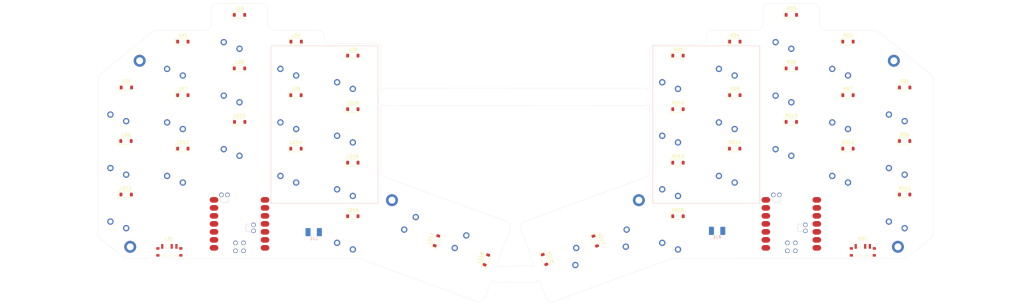
<source format=kicad_pcb>
(kicad_pcb (version 20240108) (generator "pcbnew") (generator_version "8.0")
  (layers (0 "F.Cu" signal) (31 "B.Cu" signal) (34 "B.Paste" user) (35 "F.Paste" user) (36 "B.SilkS" user "B.Silkscreen") (37 "F.SilkS" user "F.Silkscreen") (38 "B.Mask" user) (39 "F.Mask" user) (44 "Edge.Cuts" user))
  (net 0 "")
  (net 1 "/LRow0")
  (net 2 "Net-(LD1-A)")
  (net 3 "Net-(LD2-A)")
  (net 4 "Net-(LD3-A)")
  (net 5 "Net-(LD4-A)")
  (net 6 "Net-(LD5-A)")
  (net 7 "Net-(LD6-A)")
  (net 8 "/LRow1")
  (net 9 "Net-(LD7-A)")
  (net 10 "Net-(LD8-A)")
  (net 11 "Net-(LD9-A)")
  (net 12 "Net-(LD10-A)")
  (net 13 "Net-(LD11-A)")
  (net 14 "/LRow2")
  (net 15 "Net-(LD12-A)")
  (net 16 "Net-(LD13-A)")
  (net 17 "Net-(LD14-A)")
  (net 18 "Net-(LD15-A)")
  (net 19 "Net-(LD16-A)")
  (net 20 "/LRow3")
  (net 21 "Net-(LD17-A)")
  (net 22 "Net-(LD18-A)")
  (net 23 "+LBAT")
  (net 24 "LGND")
  (net 25 "/LCol0")
  (net 26 "/LCol1")
  (net 27 "/LCol2")
  (net 28 "/LCol3")
  (net 29 "/LCol4")
  (net 30 "Net-(RD1-A)")
  (net 31 "/RRow0")
  (net 32 "Net-(RD2-A)")
  (net 33 "Net-(RD3-A)")
  (net 34 "Net-(RD4-A)")
  (net 35 "Net-(RD5-A)")
  (net 36 "Net-(RD6-A)")
  (net 37 "/RRow1")
  (net 38 "Net-(RD7-A)")
  (net 39 "Net-(RD8-A)")
  (net 40 "Net-(RD9-A)")
  (net 41 "Net-(RD10-A)")
  (net 42 "Net-(RD11-A)")
  (net 43 "/RRow2")
  (net 44 "Net-(RD12-A)")
  (net 45 "Net-(RD13-A)")
  (net 46 "Net-(RD14-A)")
  (net 47 "Net-(RD15-A)")
  (net 48 "/RRow3")
  (net 49 "Net-(RD16-A)")
  (net 50 "Net-(RD17-A)")
  (net 51 "Net-(RD18-A)")
  (net 52 "RGND")
  (net 53 "+RBAT")
  (net 54 "/RCol0")
  (net 55 "/RCol1")
  (net 56 "/RCol2")
  (net 57 "/RCol3")
  (net 58 "/RCol4")
  (footprint "PCM_marbastlib-choc:SW_choc_v1_1u" (layer "F.Cu") (at 25.857316 78.250008)
    (property "Reference" "LSW1" (hide yes))
    (property "Value" "choc_v1_SW_solder")
    (pad "" np_thru_hole circle (at -5.5 0 180) (size 1.7 1.7) (drill 1.7) (layers "*.Cu" "*.Mask"))
    (pad "" np_thru_hole circle (at 0 0 180) (size 3.4 3.4) (drill 3.4) (layers "*.Cu" "*.Mask"))
    (pad "" np_thru_hole circle (at 5.5 0 180) (size 1.7 1.7) (drill 1.7) (layers "*.Cu" "*.Mask"))
    (pad "1" thru_hole circle (at -5 3.8 180) (size 2 2) (drill 1.2) (layers "*.Cu" "B.Mask") (net 25 "/LCol0"))
    (pad "2" thru_hole circle (at 0 5.9 180) (size 2 2) (drill 1.2) (layers "*.Cu" "B.Mask") (net 2 "Net-(LD1-A)"))
  )
  (footprint "Diode_SMD:D_SOD-123" (layer "F.Cu") (at 97.85728 114.34526)
    (property "Reference" "LD16" (at 0 -2 0) (layer "F.SilkS"))
    (property "Value" "1N4148W")
    (pad "1" smd roundrect (at -1.65 0) (size 0.9 1.2) (layers "F.Cu" "F.Paste" "F.Mask") (net 20 "/LRow3"))
    (pad "2" smd roundrect (at 1.65 0) (size 0.9 1.2) (layers "F.Cu" "F.Paste" "F.Mask") (net 19 "Net-(LD16-A)"))
  )
  (footprint "Diode_SMD:D_SOD-123" (layer "F.Cu") (at 124.428547 122.144509 70)
    (property "Reference" "LD17" (at 0.000002 -2 70) (layer "F.SilkS"))
    (property "Value" "1N4148W")
    (pad "1" smd roundrect (at -1.65 0 70) (size 0.9 1.2) (layers "F.Cu" "F.Paste" "F.Mask") (net 20 "/LRow3"))
    (pad "2" smd roundrect (at 1.65 0 70) (size 0.9 1.2) (layers "F.Cu" "F.Paste" "F.Mask") (net 21 "Net-(LD17-A)"))
  )
  (footprint "Diode_SMD:D_SOD-123" (layer "F.Cu") (at 25.857352 107.464306)
    (property "Reference" "LD11" (at 0 -2 0) (layer "F.SilkS"))
    (property "Value" "1N4148W")
    (pad "1" smd roundrect (at -1.65 0) (size 0.9 1.2) (layers "F.Cu" "F.Paste" "F.Mask") (net 14 "/LRow2"))
    (pad "2" smd roundrect (at 1.65 0) (size 0.9 1.2) (layers "F.Cu" "F.Paste" "F.Mask") (net 13 "Net-(LD11-A)"))
  )
  (footprint "PCM_marbastlib-choc:SW_choc_v1_1u" (layer "F.Cu") (at 255.14281 97.750008)
    (property "Reference" "RSW12" (hide yes))
    (property "Value" "choc_v1_SW_solder")
    (pad "" np_thru_hole circle (at -5.5 0 180) (size 1.7 1.7) (drill 1.7) (layers "*.Cu" "*.Mask"))
    (pad "" np_thru_hole circle (at 0 0 180) (size 3.4 3.4) (drill 3.4) (layers "*.Cu" "*.Mask"))
    (pad "" np_thru_hole circle (at 5.5 0 180) (size 1.7 1.7) (drill 1.7) (layers "*.Cu" "*.Mask"))
    (pad "1" thru_hole circle (at -5 3.8 180) (size 2 2) (drill 1.2) (layers "*.Cu" "B.Mask") (net 55 "/RCol1"))
    (pad "2" thru_hole circle (at 0 5.9 180) (size 2 2) (drill 1.2) (layers "*.Cu" "B.Mask") (net 44 "Net-(RD12-A)"))
  )
  (footprint "PCM_marbastlib-choc:SW_choc_v1_1u" (layer "F.Cu") (at 61.857316 55.250008)
    (property "Reference" "LSW3" (hide yes))
    (property "Value" "choc_v1_SW_solder")
    (pad "" np_thru_hole circle (at -5.5 0 180) (size 1.7 1.7) (drill 1.7) (layers "*.Cu" "*.Mask"))
    (pad "" np_thru_hole circle (at 0 0 180) (size 3.4 3.4) (drill 3.4) (layers "*.Cu" "*.Mask"))
    (pad "" np_thru_hole circle (at 5.5 0 180) (size 1.7 1.7) (drill 1.7) (layers "*.Cu" "*.Mask"))
    (pad "1" thru_hole circle (at -5 3.8 180) (size 2 2) (drill 1.2) (layers "*.Cu" "B.Mask") (net 27 "/LCol2"))
    (pad "2" thru_hole circle (at 0 5.9 180) (size 2 2) (drill 1.2) (layers "*.Cu" "B.Mask") (net 4 "Net-(LD3-A)"))
  )
  (footprint "Diode_SMD:D_SOD-123" (layer "F.Cu") (at 79.793014 75.89287)
    (property "Reference" "LD9" (at 0 -2 0) (layer "F.SilkS"))
    (property "Value" "1N4148W")
    (pad "1" smd roundrect (at -1.65 0) (size 0.9 1.2) (layers "F.Cu" "F.Paste" "F.Mask") (net 8 "/LRow1"))
    (pad "2" smd roundrect (at 1.65 0) (size 0.9 1.2) (layers "F.Cu" "F.Paste" "F.Mask") (net 11 "Net-(LD9-A)"))
  )
  (footprint "Diode_SMD:D_SOD-123" (layer "F.Cu") (at 219.207112 58.892866)
    (property "Reference" "RD4" (at 0 -2 0) (layer "F.SilkS"))
    (property "Value" "1N4148W")
    (pad "1" smd roundrect (at -1.65 0) (size 0.9 1.2) (layers "F.Cu" "F.Paste" "F.Mask") (net 31 "/RRow0"))
    (pad "2" smd roundrect (at 1.65 0) (size 0.9 1.2) (layers "F.Cu" "F.Paste" "F.Mask") (net 34 "Net-(RD4-A)"))
  )
  (footprint "PCM_marbastlib-choc:SW_choc_v1_1.5u" (layer "F.Cu") (at 135.769694 126.462691 -110)
    (property "Reference" "LSW18" (hide yes))
    (property "Value" "choc_v1_SW_solder")
    (pad "" np_thru_hole circle (at -5.5 0 70) (size 1.7 1.7) (drill 1.7) (layers "*.Cu" "*.Mask"))
    (pad "" np_thru_hole circle (at 0 0 70) (size 3.4 3.4) (drill 3.4) (layers "*.Cu" "*.Mask"))
    (pad "" np_thru_hole circle (at 5.5 0 70) (size 1.7 1.7) (drill 1.7) (layers "*.Cu" "*.Mask"))
    (pad "1" thru_hole circle (at -5 3.8 70) (size 2 2) (drill 1.2) (layers "*.Cu" "B.Mask") (net 29 "/LCol4"))
    (pad "2" thru_hole circle (at 0.000001 5.899999 70) (size 2 2) (drill 1.2) (layers "*.Cu" "B.Mask") (net 22 "Net-(LD18-A)"))
  )
  (footprint "Diode_SMD:D_SOD-123" (layer "F.Cu") (at 97.85728 97.345256)
    (property "Reference" "LD15" (at 0 -2 0) (layer "F.SilkS"))
    (property "Value" "1N4148W")
    (pad "1" smd roundrect (at -1.65 0) (size 0.9 1.2) (layers "F.Cu" "F.Paste" "F.Mask") (net 14 "/LRow2"))
    (pad "2" smd roundrect (at 1.65 0) (size 0.9 1.2) (layers "F.Cu" "F.Paste" "F.Mask") (net 18 "Net-(LD15-A)"))
  )
  (footprint "MountingHole:MountingHole_2.2mm_M2_DIN965_Pad_TopBottom" (layer "F.Cu") (at 110.285794 109.250008)
    (property "Reference" "LMH3" (hide yes))
    (property "Value" "MountingHole_2.2mm_M2_DIN965_Pad_TopBottom")
    (pad "1" thru_hole circle (at 0 0) (size 2.6 2.6) (drill 2.2) (layers "*.Cu" "*.Mask") (net 24 "LGND"))
    (pad "1" connect circle (at 0 0) (size 3.8 3.8) (layers "F.Cu" "F.Mask") (net 24 "LGND"))
    (pad "1" connect circle (at 0 0) (size 3.8 3.8) (layers "B.Cu" "B.Mask") (net 24 "LGND"))
  )
  (footprint "Diode_SMD:D_SOD-123" (layer "F.Cu") (at 237.14281 84.392872)
    (property "Reference" "RD13" (at 0 -2 0) (layer "F.SilkS"))
    (property "Value" "1N4148W")
    (pad "1" smd roundrect (at -1.65 0) (size 0.9 1.2) (layers "F.Cu" "F.Paste" "F.Mask") (net 43 "/RRow2"))
    (pad "2" smd roundrect (at 1.65 0) (size 0.9 1.2) (layers "F.Cu" "F.Paste" "F.Mask") (net 45 "Net-(RD13-A)"))
  )
  (footprint "MountingHole:MountingHole_2.2mm_M2_DIN965_Pad_TopBottom" (layer "F.Cu") (at 188.714287 109.250008)
    (property "Reference" "RMH3" (hide yes))
    (property "Value" "MountingHole_2.2mm_M2_DIN965_Pad_TopBottom")
    (pad "1" thru_hole circle (at 0 0) (size 2.6 2.6) (drill 2.2) (layers "*.Cu" "*.Mask") (net 52 "RGND"))
    (pad "1" connect circle (at 0 0) (size 3.8 3.8) (layers "F.Cu" "F.Mask") (net 52 "RGND"))
    (pad "1" connect circle (at 0 0) (size 3.8 3.8) (layers "B.Cu" "B.Mask") (net 52 "RGND"))
  )
  (footprint "PCM_marbastlib-choc:SW_choc_v1_1u" (layer "F.Cu") (at 201.14281 68.000008)
    (property "Reference" "RSW5" (hide yes))
    (property "Value" "choc_v1_SW_solder")
    (pad "" np_thru_hole circle (at -5.5 0 180) (size 1.7 1.7) (drill 1.7) (layers "*.Cu" "*.Mask"))
    (pad "" np_thru_hole circle (at 0 0 180) (size 3.4 3.4) (drill 3.4) (layers "*.Cu" "*.Mask"))
    (pad "" np_thru_hole circle (at 5.5 0 180) (size 1.7 1.7) (drill 1.7) (layers "*.Cu" "*.Mask"))
    (pad "1" thru_hole circle (at -5 3.8 180) (size 2 2) (drill 1.2) (layers "*.Cu" "B.Mask") (net 58 "/RCol4"))
    (pad "2" thru_hole circle (at 0 5.9 180) (size 2 2) (drill 1.2) (layers "*.Cu" "B.Mask") (net 35 "Net-(RD5-A)"))
  )
  (footprint "PCM_marbastlib-choc:SW_choc_v1_1u" (layer "F.Cu") (at 61.857316 89.250008)
    (property "Reference" "LSW13" (hide yes))
    (property "Value" "choc_v1_SW_solder")
    (pad "" np_thru_hole circle (at -5.5 0 180) (size 1.7 1.7) (drill 1.7) (layers "*.Cu" "*.Mask"))
    (pad "" np_thru_hole circle (at 0 0 180) (size 3.4 3.4) (drill 3.4) (layers "*.Cu" "*.Mask"))
    (pad "" np_thru_hole circle (at 5.5 0 180) (size 1.7 1.7) (drill 1.7) (layers "*.Cu" "*.Mask"))
    (pad "1" thru_hole circle (at -5 3.8 180) (size 2 2) (drill 1.2) (layers "*.Cu" "B.Mask") (net 27 "/LCol2"))
    (pad "2" thru_hole circle (at 0 5.9 180) (size 2 2) (drill 1.2) (layers "*.Cu" "B.Mask") (net 16 "Net-(LD13-A)"))
  )
  (footprint "PCM_marbastlib-choc:SW_choc_v1_1u" (layer "F.Cu") (at 97.857316 85.000008)
    (property "Reference" "LSW10" (hide yes))
    (property "Value" "choc_v1_SW_solder")
    (pad "" np_thru_hole circle (at -5.5 0 180) (size 1.7 1.7) (drill 1.7) (layers "*.Cu" "*.Mask"))
    (pad "" np_thru_hole circle (at 0 0 180) (size 3.4 3.4) (drill 3.4) (layers "*.Cu" "*.Mask"))
    (pad "" np_thru_hole circle (at 5.5 0 180) (size 1.7 1.7) (drill 1.7) (layers "*.Cu" "*.Mask"))
    (pad "1" thru_hole circle (at -5 3.8 180) (size 2 2) (drill 1.2) (layers "*.Cu" "B.Mask") (net 29 "/LCol4"))
    (pad "2" thru_hole circle (at 0 5.9 180) (size 2 2) (drill 1.2) (layers "*.Cu" "B.Mask") (net 12 "Net-(LD10-A)"))
  )
  (footprint "Diode_SMD:D_SOD-123" (layer "F.Cu") (at 273.142774 73.464298)
    (property "Reference" "RD1" (at 0 -2 0) (layer "F.SilkS"))
    (property "Value" "1N4148W")
    (pad "1" smd roundrect (at -1.65 0) (size 0.9 1.2) (layers "F.Cu" "F.Paste" "F.Mask") (net 31 "/RRow0"))
    (pad "2" smd roundrect (at 1.65 0) (size 0.9 1.2) (layers "F.Cu" "F.Paste" "F.Mask") (net 30 "Net-(RD1-A)"))
  )
  (footprint "PCM_marbastlib-choc:SW_choc_v1_1u" (layer "F.Cu") (at 79.857316 97.750008)
    (property "Reference" "LSW14" (hide yes))
    (property "Value" "choc_v1_SW_solder")
    (pad "" np_thru_hole circle (at -5.5 0 180) (size 1.7 1.7) (drill 1.7) (layers "*.Cu" "*.Mask"))
    (pad "" np_thru_hole circle (at 0 0 180) (size 3.4 3.4) (drill 3.4) (layers "*.Cu" "*.Mask"))
    (pad "" np_thru_hole circle (at 5.5 0 180) (size 1.7 1.7) (drill 1.7) (layers "*.Cu" "*.Mask"))
    (pad "1" thru_hole circle (at -5 3.8 180) (size 2 2) (drill 1.2) (layers "*.Cu" "B.Mask") (net 28 "/LCol3"))
    (pad "2" thru_hole circle (at 0 5.9 180) (size 2 2) (drill 1.2) (layers "*.Cu" "B.Mask") (net 17 "Net-(LD14-A)"))
  )
  (footprint "PCM_marbastlib-choc:SW_choc_v1_1.5u" (layer "F.Cu") (at 119.714437 120.619056 -110)
    (property "Reference" "LSW17" (hide yes))
    (property "Value" "choc_v1_SW_solder")
    (pad "" np_thru_hole circle (at -5.5 0 70) (size 1.7 1.7) (drill 1.7) (layers "*.Cu" "*.Mask"))
    (pad "" np_thru_hole circle (at 0 0 70) (size 3.4 3.4) (drill 3.4) (layers "*.Cu" "*.Mask"))
    (pad "" np_thru_hole circle (at 5.5 0 70) (size 1.7 1.7) (drill 1.7) (layers "*.Cu" "*.Mask"))
    (pad "1" thru_hole circle (at -5 3.8 70) (size 2 2) (drill 1.2) (layers "*.Cu" "B.Mask") (net 28 "/LCol3"))
    (pad "2" thru_hole circle (at 0.000001 5.899999 70) (size 2 2) (drill 1.2) (layers "*.Cu" "B.Mask") (net 21 "Net-(LD17-A)"))
  )
  (footprint "PCM_marbastlib-choc:SW_choc_v1_1u" (layer "F.Cu") (at 237.14281 89.250008)
    (property "Reference" "RSW13" (hide yes))
    (property "Value" "choc_v1_SW_solder")
    (pad "" np_thru_hole circle (at -5.5 0 180) (size 1.7 1.7) (drill 1.7) (layers "*.Cu" "*.Mask"))
    (pad "" np_thru_hole circle (at 0 0 180) (size 3.4 3.4) (drill 3.4) (layers "*.Cu" "*.Mask"))
    (pad "" np_thru_hole circle (at 5.5 0 180) (size 1.7 1.7) (drill 1.7) (layers "*.Cu" "*.Mask"))
    (pad "1" thru_hole circle (at -5 3.8 180) (size 2 2) (drill 1.2) (layers "*.Cu" "B.Mask") (net 56 "/RCol2"))
    (pad "2" thru_hole circle (at 0 5.9 180) (size 2 2) (drill 1.2) (layers "*.Cu" "B.Mask") (net 45 "Net-(RD13-A)"))
  )
  (footprint "Diode_SMD:D_SOD-123" (layer "F.Cu") (at 158.746756 128.094616 -70)
    (property "Reference" "RD18" (at 0.000001 -2.000002 110) (layer "F.SilkS"))
    (property "Value" "1N4148W")
    (pad "1" smd roundrect (at -1.649999 0.000001 290) (size 0.9 1.2) (layers "F.Cu" "F.Paste" "F.Mask") (net 48 "/RRow3"))
    (pad "2" smd roundrect (at 1.649999 -0.000001 290) (size 0.9 1.2) (layers "F.Cu" "F.Paste" "F.Mask") (net 51 "Net-(RD18-A)"))
  )
  (footprint "Diode_SMD:D_SOD-123" (layer "F.Cu") (at 25.793068 90.464302)
    (property "Reference" "LD6" (at 0 -2 0) (layer "F.SilkS"))
    (property "Value" "1N4148W")
    (pad "1" smd roundrect (at -1.65 0) (size 0.9 1.2) (layers "F.Cu" "F.Paste" "F.Mask") (net 8 "/LRow1"))
    (pad "2" smd roundrect (at 1.65 0) (size 0.9 1.2) (layers "F.Cu" "F.Paste" "F.Mask") (net 7 "Net-(LD6-A)"))
  )
  (footprint "kleeb_mcu:xiao-ble-smd-cutout" (layer "F.Cu") (at 237.14281 116.773832 180)
    (property "Reference" "RU1" (hide yes))
    (property "Value" "XIAO-nRF52840-SMD" (hide yes))
    (fp_line (start 5.9695 7.176) (end 5.969 8.7762) (stroke (width 0.12)) (layer "Edge.Cuts"))
    (fp_line (start 5.2832 9.462) (end 4.2418 9.462) (stroke (width 0.12)) (layer "Edge.Cuts"))
    (fp_line (start 3.9375 6.795) (end 5.5885 6.795) (stroke (width 0.12)) (layer "Edge.Cuts"))
    (fp_line (start 3.556 8.7762) (end 3.5565 7.176) (stroke (width 0.12)) (layer "Edge.Cuts"))
    (fp_line (start 1.524 -6.4638) (end 1.524 -8.1402) (stroke (width 0.12)) (layer "Edge.Cuts"))
    (fp_line (start -0.8382 -5.778) (end 0.8382 -5.778) (stroke (width 0.12)) (layer "Edge.Cuts"))
    (fp_line (start -0.8382 -8.826) (end 0.8382 -8.826) (stroke (width 0.12)) (layer "Edge.Cuts"))
    (fp_line (start -1.524 -6.4638) (end -1.524 -8.1402) (stroke (width 0.12)) (layer "Edge.Cuts"))
    (fp_line (start -2.032 -2.095) (end -2.032 -0.444) (stroke (width 0.12)) (layer "Edge.Cuts"))
    (fp_line (start -2.413 -0.063) (end -4.0132 -0.063) (stroke (width 0.12)) (layer "Edge.Cuts"))
    (fp_line (start -4.0132 -2.476) (end -2.413 -2.476) (stroke (width 0.12)) (layer "Edge.Cuts"))
    (fp_line (start -4.699 -0.7488) (end -4.699 -1.7902) (stroke (width 0.12)) (layer "Edge.Cuts"))
    (fp_arc (start 5.5885 6.795) (mid 5.857908 6.906592) (end 5.9695 7.176) (stroke (width 0.12)) (layer "Edge.Cuts"))
    (fp_arc (start 5.2832 9.462) (mid 5.365393 8.858393) (end 5.969 8.7762) (stroke (width 0.12)) (layer "Edge.Cuts"))
    (fp_arc (start 3.5565 7.176) (mid 3.668092 6.906592) (end 3.9375 6.795) (stroke (width 0.12)) (layer "Edge.Cuts"))
    (fp_arc (start 3.556 8.7762) (mid 4.159607 8.858393) (end 4.2418 9.462) (stroke (width 0.12)) (layer "Edge.Cuts"))
    (fp_arc (start 1.524 -8.1402) (mid 0.920393 -8.222393) (end 0.8382 -8.826) (stroke (width 0.12)) (layer "Edge.Cuts"))
    (fp_arc (start 0.8382 -5.778) (mid 0.920391 -6.381609) (end 1.524 -6.4638) (stroke (width 0.12)) (layer "Edge.Cuts"))
    (fp_arc (start -0.8382 -8.826) (mid -0.920391 -8.222391) (end -1.524 -8.1402) (stroke (width 0.12)) (layer "Edge.Cuts"))
    (fp_arc (start -1.524 -6.4638) (mid -0.920391 -6.381609) (end -0.8382 -5.778) (stroke (width 0.12)) (layer "Edge.Cuts"))
    (fp_arc (start -2.032 -0.444) (mid -2.143592 -0.174592) (end -2.413 -0.063) (stroke (width 0.12)) (layer "Edge.Cuts"))
    (fp_arc (start -2.413 -2.476) (mid -2.143592 -2.364408) (end -2.032 -2.095) (stroke (width 0.12)) (layer "Edge.Cuts"))
    (fp_arc (start -4.0132 -2.476) (mid -4.095391 -1.872391) (end -4.699 -1.7902) (stroke (width 0.12)) (layer "Edge.Cuts"))
    (fp_arc (start -4.699 -0.7488) (mid -4.095391 -0.666609) (end -4.0132 -0.063) (stroke (width 0.12)) (layer "Edge.Cuts"))
    (pad "1" smd oval (at -8.56996 -7.62) (size 2.75 1.8) (drill (offset -0.475 0)) (layers "F.Cu" "F.Paste" "F.Mask"))
    (pad "2" smd oval (at -8.56996 -5.08) (size 2.75 1.8) (drill (offset -0.475 0)) (layers "F.Cu" "F.Paste" "F.Mask"))
    (pad "3" smd oval (at -8.56996 -2.54) (size 2.75 1.8) (drill (offset -0.475 0)) (layers "F.Cu" "F.Paste" "F.Mask"))
    (pad "4" smd oval (at -8.56996 0) (size 2.75 1.8) (drill (offset -0.475 0)) (layers "F.Cu" "F.Paste" "F.Mask"))
    (pad "5" smd oval (at -8.56996 2.54) (size 2.75 1.8) (drill (offset -0.475 0)) (layers "F.Cu" "F.Paste" "F.Mask"))
    (pad "6" smd oval (at -8.56996 5.08) (size 2.75 1.8) (drill (offset -0.475 0)) (layers "F.Cu" "F.Paste" "F.Mask"))
    (pad "7" smd oval (at -8.56996 7.62) (size 2.75 1.8) (drill (offset -0.475 0)) (layers "F.Cu" "F.Paste" "F.Mask"))
    (pad "8" smd oval (at 8.56996 7.62 180) (size 2.75 1.8) (drill (offset -0.475 0)) (layers "F.Cu" "F.Paste" "F.Mask"))
    (pad "9" smd oval (at 8.56996 5.08 180) (size 2.75 1.8) (drill (offset -0.475 0)) (layers "F.Cu" "F.Paste" "F.Mask"))
    (pad "10" smd oval (at 8.56996 2.54 180) (size 2.75 1.8) (drill (offset -0.475 0)) (layers "F.Cu" "F.Paste" "F.Mask"))
    (pad "11" smd oval (at 8.56996 0 180) (size 2.75 1.8) (drill (offset -0.475 0)) (layers "F.Cu" "F.Paste" "F.Mask"))
    (pad "12" smd oval (at 8.56996 -2.54 180) (size 2.75 1.8) (drill (offset -0.475 0)) (layers "F.Cu" "F.Paste" "F.Mask"))
    (pad "13" smd oval (at 8.56996 -5.08 180) (size 2.75 1.8) (drill (offset -0.475 0)) (layers "F.Cu" "F.Paste" "F.Mask") (net 52 "RGND"))
    (pad "14" smd oval (at 8.56996 -7.62 180) (size 2.75 1.8) (drill (offset -0.475 0)) (layers "F.Cu" "F.Paste" "F.Mask"))
    (pad "15" thru_hole circle (at -1.27 -8.572 270) (size 1.397 1.397) (drill 1.016) (layers "*.Cu" "*.Mask") (net 53 "+RBAT"))
    (pad "16" thru_hole circle (at 1.27 -8.572 270) (size 1.397 1.397) (drill 1.016) (layers "*.Cu" "*.Mask") (net 52 "RGND"))
    (pad "17" thru_hole circle (at -1.27 -6.032 270) (size 1.397 1.397) (drill 1.016) (layers "*.Cu" "*.Mask"))
    (pad "18" thru_hole circle (at 1.27 -6.032 270) (size 1.397 1.397) (drill 1.016) (layers "*.Cu" "*.Mask"))
    (pad "19" thru_hole circle (at -4.445 -0.317) (size 1.397 1.397) (drill 1.016) (layers "*.Cu" "*.Mask"))
    (pad "20" thru_hole circle (at -4.445 -2.222) (size 1.397 1.397) (drill 1.016) (layers "*.Cu" "*.Mask"))
    (pad "21" thru_hole circle (at 3.81 9.208) (size 1.397 1.397) (drill 1.016) (layers "*.Cu" "*.Mask"))
    (pad "22" thru_hole circle (at 5.715 9.208) (size 1.397 1.397) (drill 1.016) (layers "*.Cu" "*.Mask"))
  )
  (footprint "PCM_marbastlib-choc:SW_choc_v1_1u" (layer "F.Cu") (at 201.14281 85.000008)
    (property "Reference" "RSW10" (hide yes))
    (property "Value" "choc_v1_SW_solder")
    (pad "" np_thru_hole circle (at -5.5 0 180) (size 1.7 1.7) (drill 1.7) (layers "*.Cu" "*.Mask"))
    (pad "" np_thru_hole circle (at 0 0 180) (size 3.4 3.4) (drill 3.4) (layers "*.Cu" "*.Mask"))
    (pad "" np_thru_hole circle (at 5.5 0 180) (size 1.7 1.7) (drill 1.7) (layers "*.Cu" "*.Mask"))
    (pad "1" thru_hole circle (at -5 3.8 180) (size 2 2) (drill 1.2) (layers "*.Cu" "B.Mask") (net 58 "/RCol4"))
    (pad "2" thru_hole circle (at 0 5.9 180) (size 2 2) (drill 1.2) (layers "*.Cu" "B.Mask") (net 41 "Net-(RD10-A)"))
  )
  (footprint "PCM_marbastlib-choc:SW_choc_v1_1u" (layer "F.Cu") (at 255.14281 63.750008)
    (property "Reference" "RSW2" (hide yes))
    (property "Value" "choc_v1_SW_solder")
    (pad "" np_thru_hole circle (at -5.5 0 180) (size 1.7 1.7) (drill 1.7) (layers "*.Cu" "*.Mask"))
    (pad "" np_thru_hole circle (at 0 0 180) (size 3.4 3.4) (drill 3.4) (layers "*.Cu" "*.Mask"))
    (pad "" np_thru_hole circle (at 5.5 0 180) (size 1.7 1.7) (drill 1.7) (layers "*.Cu" "*.Mask"))
    (pad "1" thru_hole circle (at -5 3.8 180) (size 2 2) (drill 1.2) (layers "*.Cu" "B.Mask") (net 55 "/RCol1"))
    (pad "2" thru_hole circle (at 0 5.9 180) (size 2 2) (drill 1.2) (layers "*.Cu" "B.Mask") (net 32 "Net-(RD2-A)"))
  )
  (footprint "PCM_marbastlib-choc:SW_choc_v1_1u" (layer "F.Cu") (at 97.857316 68.000008)
    (property "Reference" "LSW5" (hide yes))
    (property "Value" "choc_v1_SW_solder")
    (pad "" np_thru_hole circle (at -5.5 0 180) (size 1.7 1.7) (drill 1.7) (layers "*.Cu" "*.Mask"))
    (pad "" np_thru_hole circle (at 0 0 180) (size 3.4 3.4) (drill 3.4) (layers "*.Cu" "*.Mask"))
    (pad "" np_thru_hole circle (at 5.5 0 180) (size 1.7 1.7) (drill 1.7) (layers "*.Cu" "*.Mask"))
    (pad "1" thru_hole circle (at -5 3.8 180) (size 2 2) (drill 1.2) (layers "*.Cu" "B.Mask") (net 29 "/LCol4"))
    (pad "2" thru_hole circle (at 0 5.9 180) (size 2 2) (drill 1.2) (layers "*.Cu" "B.Mask") (net 6 "Net-(LD5-A)"))
  )
  (footprint "Diode_SMD:D_SOD-123" (layer "F.Cu") (at 273.142774 107.464306)
    (property "Reference" "RD11" (at 0 -2 0) (layer "F.SilkS"))
    (property "Value" "1N4148W")
    (pad "1" smd roundrect (at -1.65 0) (size 0.9 1.2) (layers "F.Cu" "F.Paste" "F.Mask") (net 43 "/RRow2"))
    (pad "2" smd roundrect (at 1.65 0) (size 0.9 1.2) (layers "F.Cu" "F.Paste" "F.Mask") (net 42 "Net-(RD11-A)"))
  )
  (footprint "Diode_SMD:D_SOD-123" (layer "F.Cu") (at 219.207112 75.89287)
    (property "Reference" "RD9" (at 0 -2 0) (layer "F.SilkS"))
    (property "Value" "1N4148W")
    (pad "1" smd roundrect (at -1.65 0) (size 0.9 1.2) (layers "F.Cu" "F.Paste" "F.Mask") (net 37 "/RRow1"))
    (pad "2" smd roundrect (at 1.65 0) (size 0.9 1.2) (layers "F.Cu" "F.Paste" "F.Mask") (net 40 "Net-(RD9-A)"))
  )
  (footprint "Diode_SMD:D_SOD-123" (layer "F.Cu") (at 174.855756 122.231419 -70)
    (property "Reference" "RD17" (at 0.000001 -2.000002 110) (layer "F.SilkS"))
    (property "Value" "1N4148W")
    (pad "1" smd roundrect (at -1.649999 0.000001 290) (size 0.9 1.2) (layers "F.Cu" "F.Paste" "F.Mask") (net 48 "/RRow3"))
    (pad "2" smd roundrect (at 1.649999 -0.000001 290) (size 0.9 1.2) (layers "F.Cu" "F.Paste" "F.Mask") (net 50 "Net-(RD17-A)"))
  )
  (footprint "MountingHole:MountingHole_2.2mm_M2_DIN965_Pad_TopBottom" (layer "F.Cu") (at 27.14302 124.059548)
    (property "Reference" "LMH2" (hide yes))
    (property "Value" "MountingHole_2.2mm_M2_DIN965_Pad_TopBottom")
    (pad "1" thru_hole circle (at 0 0) (size 2.6 2.6) (drill 2.2) (layers "*.Cu" "*.Mask") (net 24 "LGND"))
    (pad "1" connect circle (at 0 0) (size 3.8 3.8) (layers "F.Cu" "F.Mask") (net 24 "LGND"))
    (pad "1" connect circle (at 0 0) (size 3.8 3.8) (layers "B.Cu" "B.Mask") (net 24 "LGND"))
  )
  (footprint "Diode_SMD:D_SOD-123" (layer "F.Cu") (at 79.857298 58.892866)
    (property "Reference" "LD4" (at 0 -2 0) (layer "F.SilkS"))
    (property "Value" "1N4148W")
    (pad "1" smd roundrect (at -1.65 0) (size 0.9 1.2) (layers "F.Cu" "F.Paste" "F.Mask") (net 1 "/LRow0"))
    (pad "2" smd roundrect (at 1.65 0) (size 0.9 1.2) (layers "F.Cu" "F.Paste" "F.Mask") (net 5 "Net-(LD4-A)"))
  )
  (footprint "PCM_marbastlib-choc:SW_choc_v1_1u" (layer "F.Cu") (at 201.14281 119.000008)
    (property "Reference" "RSW16" (hide yes))
    (property "Value" "choc_v1_SW_solder")
    (pad "" np_thru_hole circle (at -5.5 0 180) (size 1.7 1.7) (drill 1.7) (layers "*.Cu" "*.Mask"))
    (pad "" np_thru_hole circle (at 0 0 180) (size 3.4 3.4) (drill 3.4) (layers "*.Cu" "*.Mask"))
    (pad "" np_thru_hole circle (at 5.5 0 180) (size 1.7 1.7) (drill 1.7) (layers "*.Cu" "*.Mask"))
    (pad "1" thru_hole circle (at -5 3.8 180) (size 2 2) (drill 1.2) (layers "*.Cu" "B.Mask") (net 56 "/RCol2"))
    (pad "2" thru_hole circle (at 0 5.9 180) (size 2 2) (drill 1.2) (layers "*.Cu" "B.Mask") (net 49 "Net-(RD16-A)"))
  )
  (footprint "PCM_marbastlib-choc:SW_choc_v1_1u" (layer "F.Cu") (at 97.857316 102.000008)
    (property "Reference" "LSW15" (hide yes))
    (property "Value" "choc_v1_SW_solder")
    (pad "" np_thru_hole circle (at -5.5 0 180) (size 1.7 1.7) (drill 1.7) (layers "*.Cu" "*.Mask"))
    (pad "" np_thru_hole circle (at 0 0 180) (size 3.4 3.4) (drill 3.4) (layers "*.Cu" "*.Mask"))
    (pad "" np_thru_hole circle (at 5.5 0 180) (size 1.7 1.7) (drill 1.7) (layers "*.Cu" "*.Mask"))
    (pad "1" thru_hole circle (at -5 3.8 180) (size 2 2) (drill 1.2) (layers "*.Cu" "B.Mask") (net 29 "/LCol4"))
    (pad "2" thru_hole circle (at 0 5.9 180) (size 2 2) (drill 1.2) (layers "*.Cu" "B.Mask") (net 18 "Net-(LD15-A)"))
  )
  (footprint "MountingHole:MountingHole_2.2mm_M2_DIN965_Pad_TopBottom" (layer "F.Cu") (at 269.714206 64.964296)
    (property "Reference" "RMH1" (hide yes))
    (property "Value" "MountingHole_2.2mm_M2_DIN965_Pad_TopBottom")
    (pad "1" thru_hole circle (at 0 0) (size 2.6 2.6) (drill 2.2) (layers "*.Cu" "*.Mask") (net 52 "RGND"))
    (pad "1" connect circle (at 0 0) (size 3.8 3.8) (layers "F.Cu" "F.Mask") (net 52 "RGND"))
    (pad "1" connect circle (at 0 0) (size 3.8 3.8) (layers "B.Cu" "B.Mask") (net 52 "RGND"))
  )
  (footprint "PCM_marbastlib-choc:SW_choc_v1_1u" (layer "F.Cu") (at 43.857316 97.750008)
    (property "Reference" "LSW12" (hide yes))
    (property "Value" "choc_v1_SW_solder")
    (pad "" np_thru_hole circle (at -5.5 0 180) (size 1.7 1.7) (drill 1.7) (layers "*.Cu" "*.Mask"))
    (pad "" np_thru_hole circle (at 0 0 180) (size 3.4 3.4) (drill 3.4) (layers "*.Cu" "*.Mask"))
    (pad "" np_thru_hole circle (at 5.5 0 180) (size 1.7 1.7) (drill 1.7) (layers "*.Cu" "*.Mask"))
    (pad "1" thru_hole circle (at -5 3.8 180) (size 2 2) (drill 1.2) (layers "*.Cu" "B.Mask") (net 26 "/LCol1"))
    (pad "2" thru_hole circle (at 0 5.9 180) (size 2 2) (drill 1.2) (layers "*.Cu" "B.Mask") (net 15 "Net-(LD12-A)"))
  )
  (footprint "Diode_SMD:D_SOD-123" (layer "F.Cu") (at 237.14281 67.392868)
    (property "Reference" "RD8" (at 0 -2 0) (layer "F.SilkS"))
    (property "Value" "1N4148W")
    (pad "1" smd roundrect (at -1.65 0) (size 0.9 1.2) (layers "F.Cu" "F.Paste" "F.Mask") (net 37 "/RRow1"))
    (pad "2" smd roundrect (at 1.65 0) (size 0.9 1.2) (layers "F.Cu" "F.Paste" "F.Mask") (net 39 "Net-(RD8-A)"))
  )
  (footprint "PCM_marbastlib-choc:SW_choc_v1_1u" (layer "F.Cu") (at 237.14281 55.250008)
    (property "Reference" "RSW3" (hide yes))
    (property "Value" "choc_v1_SW_solder")
    (pad "" np_thru_hole circle (at -5.5 0 180) (size 1.7 1.7) (drill 1.7) (layers "*.Cu" "*.Mask"))
    (pad "" np_thru_hole circle (at 0 0 180) (size 3.4 3.4) (drill 3.4) (layers "*.Cu" "*.Mask"))
    (pad "" np_thru_hole circle (at 5.5 0 180) (size 1.7 1.7) (drill 1.7) (layers "*.Cu" "*.Mask"))
    (pad "1" thru_hole circle (at -5 3.8 180) (size 2 2) (drill 1.2) (layers "*.Cu" "B.Mask") (net 56 "/RCol2"))
    (pad "2" thru_hole circle (at 0 5.9 180) (size 2 2) (drill 1.2) (layers "*.Cu" "B.Mask") (net 33 "Net-(RD3-A)"))
  )
  (footprint "MountingHole:MountingHole_2.2mm_M2_DIN965_Pad_TopBottom" (layer "F.Cu") (at 270.999919 124.059548)
    (property "Reference" "RMH2" (hide yes))
    (property "Value" "MountingHole_2.2mm_M2_DIN965_Pad_TopBottom")
    (pad "1" thru_hole circle (at 0 0) (size 2.6 2.6) (drill 2.2) (layers "*.Cu" "*.Mask") (net 52 "RGND"))
    (pad "1" connect circle (at 0 0) (size 3.8 3.8) (layers "F.Cu" "F.Mask") (net 52 "RGND"))
    (pad "1" connect circle (at 0 0) (size 3.8 3.8) (layers "B.Cu" "B.Mask") (net 52 "RGND"))
  )
  (footprint "Diode_SMD:D_SOD-123" (layer "F.Cu") (at 201.142846 63.345248)
    (property "Reference" "RD5" (at 0 -2 0) (layer "F.SilkS"))
    (property "Value" "1N4148W")
    (pad "1" smd roundrect (at -1.65 0) (size 0.9 1.2) (layers "F.Cu" "F.Paste" "F.Mask") (net 31 "/RRow0"))
    (pad "2" smd roundrect (at 1.65 0) (size 0.9 1.2) (layers "F.Cu" "F.Paste" "F.Mask") (net 35 "Net-(RD5-A)"))
  )
  (footprint "Diode_SMD:D_SOD-123" (layer "F.Cu") (at 43.857334 58.892866)
    (property "Reference" "LD2" (at 0 -2 0) (layer "F.SilkS"))
    (property "Value" "1N4148W")
    (pad "1" smd roundrect (at -1.65 0) (size 0.9 1.2) (layers "F.Cu" "F.Paste" "F.Mask") (net 1 "/LRow0"))
    (pad "2" smd roundrect (at 1.65 0) (size 0.9 1.2) (layers "F.Cu" "F.Paste" "F.Mask") (net 3 "Net-(LD2-A)"))
  )
  (footprint "PCM_marbastlib-choc:SW_choc_v1_1u" (layer "F.Cu") (at 201.14281 102.000008)
    (property "Reference" "RSW15" (hide yes))
    (property "Value" "choc_v1_SW_solder")
    (pad "" np_thru_hole circle (at -5.5 0 180) (size 1.7 1.7) (drill 1.7) (layers "*.Cu" "*.Mask"))
    (pad "" np_thru_hole circle (at 0 0 180) (size 3.4 3.4) (drill 3.4) (layers "*.Cu" "*.Mask"))
    (pad "" np_thru_hole circle (at 5.5 0 180) (size 1.7 1.7) (drill 1.7) (layers "*.Cu" "*.Mask"))
    (pad "1" thru_hole circle (at -5 3.8 180) (size 2 2) (drill 1.2) (layers "*.Cu" "B.Mask") (net 58 "/RCol4"))
    (pad "2" thru_hole circle (at 0 5.9 180) (size 2 2) (drill 1.2) (layers "*.Cu" "B.Mask") (net 47 "Net-(RD15-A)"))
  )
  (footprint "Diode_SMD:D_SOD-123" (layer "F.Cu") (at 43.857334 92.892874)
    (property "Reference" "LD12" (at 0 -2 0) (layer "F.SilkS"))
    (property "Value" "1N4148W")
    (pad "1" smd roundrect (at -1.65 0) (size 0.9 1.2) (layers "F.Cu" "F.Paste" "F.Mask") (net 14 "/LRow2"))
    (pad "2" smd roundrect (at 1.65 0) (size 0.9 1.2) (layers "F.Cu" "F.Paste" "F.Mask") (net 15 "Net-(LD12-A)"))
  )
  (footprint "PCM_marbastlib-choc:SW_choc_v1_1u" (layer "F.Cu") (at 43.857316 63.750008)
    (property "Reference" "LSW2" (hide yes))
    (property "Value" "choc_v1_SW_solder")
    (pad "" np_thru_hole circle (at -5.5 0 180) (size 1.7 1.7) (drill 1.7) (layers "*.Cu" "*.Mask"))
    (pad "" np_thru_hole circle (at 0 0 180) (size 3.4 3.4) (drill 3.4) (layers "*.Cu" "*.Mask"))
    (pad "" np_thru_hole circle (at 5.5 0 180) (size 1.7 1.7) (drill 1.7) (layers "*.Cu" "*.Mask"))
    (pad "1" thru_hole circle (at -5 3.8 180) (size 2 2) (drill 1.2) (layers "*.Cu" "B.Mask") (net 26 "/LCol1"))
    (pad "2" thru_hole circle (at 0 5.9 180) (size 2 2) (drill 1.2) (layers "*.Cu" "B.Mask") (net 3 "Net-(LD2-A)"))
  )
  (footprint "PCM_marbastlib-choc:SW_choc_v1_1u" (layer "F.Cu") (at 25.857316 112.250008)
    (property "Reference" "LSW11" (hide yes))
    (property "Value" "choc_v1_SW_solder")
    (pad "" np_thru_hole circle (at -5.5 0 180) (size 1.7 1.7) (drill 1.7) (layers "*.Cu" "*.Mask"))
    (pad "" np_thru_hole circle (at 0 0 180) (size 3.4 3.4) (drill 3.4) (layers "*.Cu" "*.Mask"))
    (pad "" np_thru_hole circle (at 5.5 0 180) (size 1.7 1.7) (drill 1.7) (layers "*.Cu" "*.Mask"))
    (pad "1" thru_hole circle (at -5 3.8 180) (size 2 2) (drill 1.2) (layers "*.Cu" "B.Mask") (net 25 "/LCol0"))
    (pad "2" thru_hole circle (at 0 5.9 180) (size 2 2) (drill 1.2) (layers "*.Cu" "B.Mask") (net 13 "Net-(LD11-A)"))
  )
  (footprint "Diode_SMD:D_SOD-123" (layer "F.Cu") (at 255.142792 58.892866)
    (property "Reference" "RD2" (at 0 -2 0) (layer "F.SilkS"))
    (property "Value" "1N4148W")
    (pad "1" smd roundrect (at -1.65 0) (size 0.9 1.2) (layers "F.Cu" "F.Paste" "F.Mask") (net 31 "/RRow0"))
    (pad "2" smd roundrect (at 1.65 0) (size 0.9 1.2) (layers "F.Cu" "F.Paste" "F.Mask") (net 32 "Net-(RD2-A)"))
  )
  (footprint "mg_pwr_sw:SW_SSSS811101" (layer "F.Cu") (at 259.857073 125.678596)
    (property "Reference" "RS1" (at -0.075 -4.135 0) (layer "F.SilkS"))
    (property "Value" "SSSS811101")
    (pad "" np_thru_hole circle (at -1.5 0) (size 0.9 0.9) (drill 0.9) (layers "*.Cu" "*.Mask"))
    (pad "" np_thru_hole circle (at 1.5 0) (size 0.9 0.9) (drill 0.9) (layers "*.Cu" "*.Mask"))
    (pad "1" smd rect (at -2.25 -1.75) (size 0.7 1.5) (layers "F.Cu" "F.Paste" "F.Mask"))
    (pad "2" smd rect (at 0.75 -1.75) (size 0.7 1.5) (layers "F.Cu" "F.Paste" "F.Mask") (net 53 "+RBAT"))
    (pad "3" smd rect (at 2.25 -1.75) (size 0.7 1.5) (layers "F.Cu" "F.Paste" "F.Mask") (net 53 "+RBAT"))
    (pad "SH1" smd rect (at -3.65 -1.1) (size 1 0.8) (layers "F.Cu" "F.Paste" "F.Mask"))
    (pad "SH2" smd rect (at 3.65 -1.1) (size 1 0.8) (layers "F.Cu" "F.Paste" "F.Mask"))
    (pad "SH3" smd rect (at -3.65 1.1) (size 1 0.8) (layers "F.Cu" "F.Paste" "F.Mask"))
    (pad "SH4" smd rect (at 3.65 1.1) (size 1 0.8) (layers "F.Cu" "F.Paste" "F.Mask"))
  )
  (footprint "PCM_marbastlib-choc:SW_choc_v1_1u" (layer "F.Cu") (at 79.857316 80.750008)
    (property "Reference" "LSW9" (hide yes))
    (property "Value" "choc_v1_SW_solder")
    (pad "" np_thru_hole circle (at -5.5 0 180) (size 1.7 1.7) (drill 1.7) (layers "*.Cu" "*.Mask"))
    (pad "" np_thru_hole circle (at 0 0 180) (size 3.4 3.4) (drill 3.4) (layers "*.Cu" "*.Mask"))
    (pad "" np_thru_hole circle (at 5.5 0 180) (size 1.7 1.7) (drill 1.7) (layers "*.Cu" "*.Mask"))
    (pad "1" thru_hole circle (at -5 3.8 180) (size 2 2) (drill 1.2) (layers "*.Cu" "B.Mask") (net 28 "/LCol3"))
    (pad "2" thru_hole circle (at 0 5.9 180) (size 2 2) (drill 1.2) (layers "*.Cu" "B.Mask") (net 11 "Net-(LD9-A)"))
  )
  (footprint "PCM_marbastlib-choc:SW_choc_v1_1u" (layer "F.Cu") (at 237.14281 72.250008)
    (property "Reference" "RSW8" (hide yes))
    (property "Value" "choc_v1_SW_solder")
    (pad "" np_thru_hole circle (at -5.5 0 180) (size 1.7 1.7) (drill 1.7) (layers "*.Cu" "*.Mask"))
    (pad "" np_thru_hole circle (at 0 0 180) (size 3.4 3.4) (drill 3.4) (layers "*.Cu" "*.Mask"))
    (pad "" np_thru_hole circle (at 5.5 0 180) (size 1.7 1.7) (drill 1.7) (layers "*.Cu" "*.Mask"))
    (pad "1" thru_hole circle (at -5 3.8 180) (size 2 2) (drill 1.2) (layers "*.Cu" "B.Mask") (net 56 "/RCol2"))
    (pad "2" thru_hole circle (at 0 5.9 180) (size 2 2) (drill 1.2) (layers "*.Cu" "B.Mask") (net 39 "Net-(RD8-A)"))
  )
  (footprint "PCM_marbastlib-choc:SW_choc_v1_1u" (layer "F.Cu") (at 255.14281 80.750008)
    (property "Reference" "RSW7" (hide yes))
    (property "Value" "choc_v1_SW_solder")
    (pad "" np_thru_hole circle (at -5.5 0 180) (size 1.7 1.7) (drill 1.7) (layers "*.Cu" "*.Mask"))
    (pad "" np_thru_hole circle (at 0 0 180) (size 3.4 3.4) (drill 3.4) (layers "*.Cu" "*.Mask"))
    (pad "" np_thru_hole circle (at 5.5 0 180) (size 1.7 1.7) (drill 1.7) (layers "*.Cu" "*.Mask"))
    (pad "1" thru_hole circle (at -5 3.8 180) (size 2 2) (drill 1.2) (layers "*.Cu" "B.Mask") (net 55 "/RCol1"))
    (pad "2" thru_hole circle (at 0 5.9 180) (size 2 2) (drill 1.2) (layers "*.Cu" "B.Mask") (net 38 "Net-(RD7-A)"))
  )
  (footprint "Diode_SMD:D_SOD-123" (layer "F.Cu") (at 61.9216 84.392872)
    (property "Reference" "LD13" (at 0 -2 0) (layer "F.SilkS"))
    (property "Value" "1N4148W")
    (pad "1" smd roundrect (at -1.65 0) (size 0.9 1.2) (layers "F.Cu" "F.Paste" "F.Mask") (net 14 "/LRow2"))
    (pad "2" smd roundrect (at 1.65 0) (size 0.9 1.2) (layers "F.Cu" "F.Paste" "F.Mask") (net 16 "Net-(LD13-A)"))
  )
  (footprint "Diode_SMD:D_SOD-123" (layer "F.Cu") (at 255.142792 75.89287)
    (property "Reference" "RD7" (at 0 -2 0) (layer "F.SilkS"))
    (property "Value" "1N4148W")
    (pad "1" smd roundrect (at -1.65 0) (size 0.9 1.2) (layers "F.Cu" "F.Paste" "F.Mask") (net 37 "/RRow1"))
    (pad "2" smd roundrect (at 1.65 0) (size 0.9 1.2) (layers "F.Cu" "F.Paste" "F.Mask") (net 38 "Net-(RD7-A)"))
  )
  (footprint "PCM_marbastlib-choc:SW_choc_v1_1u" (layer "F.Cu") (at 273.14281 95.250008)
    (property "Reference" "RSW6" (hide yes))
    (property "Value" "choc_v1_SW_solder")
    (pad "" np_thru_hole circle (at -5.5 0 180) (size 1.7 1.7) (drill 1.7) (layers "*.Cu" "*.Mask"))
    (pad "" np_thru_hole circle (at 0 0 180) (size 3.4 3.4) (drill 3.4) (layers "*.Cu" "*.Mask"))
    (pad "" np_thru_hole circle (at 5.5 0 180) (size 1.7 1.7) (drill 1.7) (layers "*.Cu" "*.Mask"))
    (pad "1" thru_hole circle (at -5 3.8 180) (size 2 2) (drill 1.2) (layers "*.Cu" "B.Mask") (net 54 "/RCol0"))
    (pad "2" thru_hole circle (at 0 5.9 180) (size 2 2) (drill 1.2) (layers "*.Cu" "B.Mask") (net 36 "Net-(RD6-A)"))
  )
  (footprint "Diode_SMD:D_SOD-123" (layer "F.Cu") (at 43.857334 75.89287)
    (property "Reference" "LD7" (at 0 -2 0) (layer "F.SilkS"))
    (property "Value" "1N4148W")
    (pad "1" smd roundrect (at -1.65 0) (size 0.9 1.2) (layers "F.Cu" "F.Paste" "F.Mask") (net 8 "/LRow1"))
    (pad "2" smd roundrect (at 1.65 0) (size 0.9 1.2) (layers "F.Cu" "F.Paste" "F.Mask") (net 9 "Net-(LD7-A)"))
  )
  (footprint "Diode_SMD:D_SOD-123" (layer "F.Cu") (at 61.857316 67.392868)
    (property "Reference" "LD8" (at 0 -2 0) (layer "F.SilkS"))
    (property "Value" "1N4148W")
    (pad "1" smd roundrect (at -1.65 0) (size 0.9 1.2) (layers "F.Cu" "F.Paste" "F.Mask") (net 8 "/LRow1"))
    (pad "2" smd roundrect (at 1.65 0) (size 0.9 1.2) (layers "F.Cu" "F.Paste" "F.Mask") (net 10 "Net-(LD8-A)"))
  )
  (footprint "Diode_SMD:D_SOD-123" (layer "F.Cu") (at 61.857316 50.392864)
    (property "Reference" "LD3" (at 0 -2 0) (layer "F.SilkS"))
    (property "Value" "1N4148W")
    (pad "1" smd roundrect (at -1.65 0) (size 0.9 1.2) (layers "F.Cu" "F.Paste" "F.Mask") (net 1 "/LRow0"))
    (pad "2" smd roundrect (at 1.65 0) (size 0.9 1.2) (layers "F.Cu" "F.Paste" "F.Mask") (net 4 "Net-(LD3-A)"))
  )
  (footprint "PCM_marbastlib-choc:SW_choc_v1_1u" (layer "F.Cu") (at 219.14281 63.750008)
    (property "Reference" "RSW4" (hide yes))
    (property "Value" "choc_v1_SW_solder")
    (pad "" np_thru_hole circle (at -5.5 0 180) (size 1.7 1.7) (drill 1.7) (layers "*.Cu" "*.Mask"))
    (pad "" np_thru_hole circle (at 0 0 180) (size 3.4 3.4) (drill 3.4) (layers "*.Cu" "*.Mask"))
    (pad "" np_thru_hole circle (at 5.5 0 180) (size 1.7 1.7) (drill 1.7) (layers "*.Cu" "*.Mask"))
    (pad "1" thru_hole circle (at -5 3.8 180) (size 2 2) (drill 1.2) (layers "*.Cu" "B.Mask") (net 57 "/RCol3"))
    (pad "2" thru_hole circle (at 0 5.9 180) (size 2 2) (drill 1.2) (layers "*.Cu" "B.Mask") (net 34 "Net-(RD4-A)"))
  )
  (footprint "Diode_SMD:D_SOD-123" (layer "F.Cu") (at 273.142774 90.464302)
    (property "Reference" "RD6" (at 0 -2 0) (layer "F.SilkS"))
    (property "Value" "1N4148W")
    (pad "1" smd roundrect (at -1.65 0) (size 0.9 1.2) (layers "F.Cu" "F.Paste" "F.Mask") (net 37 "/RRow1"))
    (pad "2" smd roundrect (at 1.65 0) (size 0.9 1.2) (layers "F.Cu" "F.Paste" "F.Mask") (net 36 "Net-(RD6-A)"))
  )
  (footprint "PCM_marbastlib-choc:SW_choc_v1_1u" (layer "F.Cu") (at 97.857316 119.000008)
    (property "Reference" "LSW16" (hide yes))
    (property "Value" "choc_v1_SW_solder")
    (pad "" np_thru_hole circle (at -5.5 0 180) (size 1.7 1.7) (drill 1.7) (layers "*.Cu" "*.Mask"))
    (pad "" np_thru_hole circle (at 0 0 180) (size 3.4 3.4) (drill 3.4) (layers "*.Cu" "*.Mask"))
    (pad "" np_thru_hole circle (at 5.5 0 180) (size 1.7 1.7) (drill 1.7) (layers "*.Cu" "*.Mask"))
    (pad "1" thru_hole circle (at -5 3.8 180) (size 2 2) (drill 1.2) (layers "*.Cu" "B.Mask") (net 27 "/LCol2"))
    (pad "2" thru_hole circle (at 0 5.9 180) (size 2 2) (drill 1.2) (layers "*.Cu" "B.Mask") (net 19 "Net-(LD16-A)"))
  )
  (footprint "PCM_marbastlib-various:mousebites_1mm" (layer "F.Cu") (at 156.330511 132.358354 20)
    (property "Reference" "REF**" (hide yes))
    (property "Value" "mousebites 1mm" (hide yes))
    (fp_arc (start 0 -2.749999) (mid -0.500002 -2.249997) (end -1.000003 -2.75) (stroke (width 0.05)) (layer "Edge.Cuts"))
    (fp_arc (start -0.999999 2.749996) (mid -0.499998 2.249994) (end 0 2.749999) (stroke (width 0.05)) (layer "Edge.Cuts"))
    (pad "" np_thru_hole circle (at 0.25 -0.635 20) (size 0.75 0.75) (drill 0.75) (layers "*.Cu" "*.Mask"))
    (pad "" np_thru_hole circle (at 0.25 0.635 20) (size 0.75 0.75) (drill 0.75) (layers "*.Cu" "*.Mask"))
    (pad "" np_thru_hole circle (at 0.250003 -1.905004 20) (size 0.75 0.75) (drill 0.75) (layers "*.Cu" "*.Mask"))
    (pad "" np_thru_hole circle (at 0.250004 1.905002 20) (size 0.75 0.75) (drill 0.75) (layers "*.Cu" "*.Mask"))
  )
  (footprint "PCM_marbastlib-choc:SW_choc_v1_1u" (layer "F.Cu") (at 273.14281 112.250008)
    (property "Reference" "RSW11" (hide yes))
    (property "Value" "choc_v1_SW_solder")
    (pad "" np_thru_hole circle (at -5.5 0 180) (size 1.7 1.7) (drill 1.7) (layers "*.Cu" "*.Mask"))
    (pad "" np_thru_hole circle (at 0 0 180) (size 3.4 3.4) (drill 3.4) (layers "*.Cu" "*.Mask"))
    (pad "" np_thru_hole circle (at 5.5 0 180) (size 1.7 1.7) (drill 1.7) (layers "*.Cu" "*.Mask"))
    (pad "1" thru_hole circle (at -5 3.8 180) (size 2 2) (drill 1.2) (layers "*.Cu" "B.Mask") (net 54 "/RCol0"))
    (pad "2" thru_hole circle (at 0 5.9 180) (size 2 2) (drill 1.2) (layers "*.Cu" "B.Mask") (net 42 "Net-(RD11-A)"))
  )
  (footprint "PCM_marbastlib-various:mousebites_1mm" (layer "F.Cu") (at 106.857316 76.500008 180)
    (property "Reference" "REF**" (hide yes))
    (property "Value" "mousebites 1mm" (hide yes))
    (fp_arc (start 0.000001 -2.75) (mid -0.5 -2.249999) (end -1.000002 -2.749999) (stroke (width 0.05)) (layer "Edge.Cuts"))
    (fp_arc (start -0.999998 2.749998) (mid -0.499998 2.25) (end -0.000001 2.75) (stroke (width 0.05)) (layer "Edge.Cuts"))
    (pad "" np_thru_hole circle (at 0.25 -1.905002 180) (size 0.75 0.75) (drill 0.75) (layers "*.Cu" "*.Mask"))
    (pad "" np_thru_hole circle (at 0.25 -0.635 180) (size 0.75 0.75) (drill 0.75) (layers "*.Cu" "*.Mask"))
    (pad "" np_thru_hole circle (at 0.25 0.635 180) (size 0.75 0.75) (drill 0.75) (layers "*.Cu" "*.Mask"))
    (pad "" np_thru_hole circle (at 0.250003 1.905001 180) (size 0.75 0.75) (drill 0.75) (layers "*.Cu" "*.Mask"))
  )
  (footprint "PCM_marbastlib-choc:SW_choc_v1_1u" (layer "F.Cu") (at 219.14281 97.750008)
    (property "Reference" "RSW14" (hide yes))
    (property "Value" "choc_v1_SW_solder")
    (pad "" np_thru_hole circle (at -5.5 0 180) (size 1.7 1.7) (drill 1.7) (layers "*.Cu" "*.Mask"))
    (pad "" np_thru_hole circle (at 0 0 180) (size 3.4 3.4) (drill 3.4) (layers "*.Cu" "*.Mask"))
    (pad "" np_thru_hole circle (at 5.5 0 180) (size 1.7 1.7) (drill 1.7) (layers "*.Cu" "*.Mask"))
    (pad "1" thru_hole circle (at -5 3.8 180) (size 2 2) (drill 1.2) (layers "*.Cu" "B.Mask") (net 57 "/RCol3"))
    (pad "2" thru_hole circle (at 0 5.9 180) (size 2 2) (drill 1.2) (layers "*.Cu" "B.Mask") (net 46 "Net-(RD14-A)"))
  )
  (footprint "Diode_SMD:D_SOD-123" (layer "F.Cu") (at 140.285675 128.215938 70)
    (property "Reference" "LD18" (at 0.000002 -2 70) (layer "F.SilkS"))
    (property "Value" "1N4148W")
    (pad "1" smd roundrect (at -1.65 0 70) (size 0.9 1.2) (layers "F.Cu" "F.Paste" "F.Mask") (net 20 "/LRow3"))
    (pad "2" smd roundrect (at 1.65 0 70) (size 0.9 1.2) (layers "F.Cu" "F.Paste" "F.Mask") (net 22 "Net-(LD18-A)"))
  )
  (footprint "Diode_SMD:D_SOD-123" (layer "F.Cu") (at 201.142846 97.345256)
    (property "Reference" "RD15" (at 0 -2 0) (layer "F.SilkS"))
    (property "Value" "1N4148W")
    (pad "1" smd roundrect (at -1.65 0) (size 0.9 1.2) (layers "F.Cu" "F.Paste" "F.Mask") (net 43 "/RRow2"))
    (pad "2" smd roundrect (at 1.65 0) (size 0.9 1.2) (layers "F.Cu" "F.Paste" "F.Mask") (net 47 "Net-(RD15-A)"))
  )
  (footprint "Diode_SMD:D_SOD-123" (layer "F.Cu") (at 201.142846 114.34526)
    (property "Reference" "RD16" (at 0 -2 0) (layer "F.SilkS"))
    (property "Value" "1N4148W")
    (pad "1" smd roundrect (at -1.65 0) (size 0.9 1.2) (layers "F.Cu" "F.Paste" "F.Mask") (net 48 "/RRow3"))
    (pad "2" smd roundrect (at 1.65 0) (size 0.9 1.2) (layers "F.Cu" "F.Paste" "F.Mask") (net 49 "Net-(RD16-A)"))
  )
  (footprint "Diode_SMD:D_SOD-123" (layer "F.Cu") (at 97.85728 80.345252)
    (property "Reference" "LD10" (at 0 -2 0) (layer "F.SilkS"))
    (property "Value" "1N4148W")
    (pad "1" smd roundrect (at -1.65 0) (size 0.9 1.2) (layers "F.Cu" "F.Paste" "F.Mask") (net 8 "/LRow1"))
    (pad "2" smd roundrect (at 1.65 0) (size 0.9 1.2) (layers "F.Cu" "F.Paste" "F.Mask") (net 12 "Net-(LD10-A)"))
  )
  (footprint "PCM_marbastlib-choc:SW_choc_v1_1u" (layer "F.Cu") (at 79.857316 63.750008)
    (property "Reference" "LSW4" (hide yes))
    (property "Value" "choc_v1_SW_solder")
    (pad "" np_thru_hole circle (at -5.5 0 180) (size 1.7 1.7) (drill 1.7) (layers "*.Cu" "*.Mask"))
    (pad "" np_thru_hole circle (at 0 0 180) (size 3.4 3.4) (drill 3.4) (layers "*.Cu" "*.Mask"))
    (pad "" np_thru_hole circle (at 5.5 0 180) (size 1.7 1.7) (drill 1.7) (layers "*.Cu" "*.Mask"))
    (pad "1" thru_hole circle (at -5 3.8 180) (size 2 2) (drill 1.2) (layers "*.Cu" "B.Mask") (net 28 "/LCol3"))
    (pad "2" thru_hole circle (at 0 5.9 180) (size 2 2) (drill 1.2) (layers "*.Cu" "B.Mask") (net 5 "Net-(LD4-A)"))
  )
  (footprint "PCM_marbastlib-choc:SW_choc_v1_1u" (layer "F.Cu") (at 273.14281 78.250008)
    (property "Reference" "RSW1" (hide yes))
    (property "Value" "choc_v1_SW_solder")
    (pad "" np_thru_hole circle (at -5.5 0 180) (size 1.7 1.7) (drill 1.7) (layers "*.Cu" "*.Mask"))
    (pad "" np_thru_hole circle (at 0 0 180) (size 3.4 3.4) (drill 3.4) (layers "*.Cu" "*.Mask"))
    (pad "" np_thru_hole circle (at 5.5 0 180) (size 1.7 1.7) (drill 1.7) (layers "*.Cu" "*.Mask"))
    (pad "1" thru_hole circle (at -5 3.8 180) (size 2 2) (drill 1.2) (layers "*.Cu" "B.Mask") (net 54 "/RCol0"))
    (pad "2" thru_hole circle (at 0 5.9 180) (size 2 2) (drill 1.2) (layers "*.Cu" "B.Mask") (net 30 "Net-(RD1-A)"))
  )
  (footprint "PCM_marbastlib-choc:SW_choc_v1_1u" (layer "F.Cu") (at 43.857316 80.750008)
    (property "Reference" "LSW7" (hide yes))
    (property "Value" "choc_v1_SW_solder")
    (pad "" np_thru_hole circle (at -5.5 0 180) (size 1.7 1.7) (drill 1.7) (layers "*.Cu" "*.Mask"))
    (pad "" np_thru_hole circle (at 0 0 180) (size 3.4 3.4) (drill 3.4) (layers "*.Cu" "*.Mask"))
    (pad "" np_thru_hole circle (at 5.5 0 180) (size 1.7 1.7) (drill 1.7) (layers "*.Cu" "*.Mask"))
    (pad "1" thru_hole circle (at -5 3.8 180) (size 2 2) (drill 1.2) (layers "*.Cu" "B.Mask") (net 26 "/LCol1"))
    (pad "2" thru_hole circle (at 0 5.9 180) (size 2 2) (drill 1.2) (layers "*.Cu" "B.Mask") (net 9 "Net-(LD7-A)"))
  )
  (footprint "PCM_marbastlib-choc:SW_choc_v1_1u" (layer "F.Cu") (at 219.14281 80.750008)
    (property "Reference" "RSW9" (hide yes))
    (property "Value" "choc_v1_SW_solder")
    (pad "" np_thru_hole circle (at -5.5 0 180) (size 1.7 1.7) (drill 1.7) (layers "*.Cu" "*.Mask"))
    (pad "" np_thru_hole circle (at 0 0 180) (size 3.4 3.4) (drill 3.4) (layers "*.Cu" "*.Mask"))
    (pad "" np_thru_hole circle (at 5.5 0 180) (size 1.7 1.7) (drill 1.7) (layers "*.Cu" "*.Mask"))
    (pad "1" thru_hole circle (at -5 3.8 180) (size 2 2) (drill 1.2) (layers "*.Cu" "B.Mask") (net 57 "/RCol3"))
    (pad "2" thru_hole circle (at 0 5.9 180) (size 2 2) (drill 1.2) (layers "*.Cu" "B.Mask") (net 40 "Net-(RD9-A)"))
  )
  (footprint "PCM_marbastlib-choc:SW_choc_v1_1u" (layer "F.Cu") (at 61.857316 72.250008)
    (property "Reference" "LSW8" (hide yes))
    (property "Value" "choc_v1_SW_solder")
    (pad "" np_thru_hole circle (at -5.5 0 180) (size 1.7 1.7) (drill 1.7) (layers "*.Cu" "*.Mask"))
    (pad "" np_thru_hole circle (at 0 0 180) (size 3.4 3.4) (drill 3.4) (layers "*.Cu" "*.Mask"))
    (pad "" np_thru_hole circle (at 5.5 0 180) (size 1.7 1.7) (drill 1.7) (layers "*.Cu" "*.Mask"))
    (pad "1" thru_hole circle (at -5 3.8 180) (size 2 2) (drill 1.2) (layers "*.Cu" "B.Mask") (net 27 "/LCol2"))
    (pad "2" thru_hole circle (at 0 5.9 180) (size 2 2) (drill 1.2) (layers "*.Cu" "B.Mask") (net 10 "Net-(LD8-A)"))
  )
  (footprint "PCM_marbastlib-choc:SW_choc_v1_1.5u" (layer "F.Cu") (at 163.270543 126.448093 110)
    (property "Reference" "RSW18" (hide yes))
    (property "Value" "choc_v1_SW_solder")
    (pad "" np_thru_hole circle (at -5.5 0 290) (size 1.7 1.7) (drill 1.7) (layers "*.Cu" "*.Mask"))
    (pad "" np_thru_hole circle (at 0 0 290) (size 3.4 3.4) (drill 3.4) (layers "*.Cu" "*.Mask"))
    (pad "" np_thru_hole circle (at 5.5 0 290) (size 1.7 1.7) (drill 1.7) (layers "*.Cu" "*.Mask"))
    (pad "1" thru_hole circle (at -5.000001 3.8 290) (size 2 2) (drill 1.2) (layers "*.Cu" "B.Mask") (net 58 "/RCol4"))
    (pad "2" thru_hole circle (at -0.000001 5.899999 290) (size 2 2) (drill 1.2) (layers "*.Cu" "B.Mask") (net 51 "Net-(RD18-A)"))
  )
  (footprint "Diode_SMD:D_SOD-123" (layer "F.Cu") (at 255.142792 92.892874)
    (property "Reference" "RD12" (at 0 -2 0) (layer "F.SilkS"))
    (property "Value" "1N4148W")
    (pad "1" smd roundrect (at -1.65 0) (size 0.9 1.2) (layers "F.Cu" "F.Paste" "F.Mask") (net 43 "/RRow2"))
    (pad "2" smd roundrect (at 1.65 0) (size 0.9 1.2) (layers "F.Cu" "F.Paste" "F.Mask") (net 44 "Net-(RD12-A)"))
  )
  (footprint "PCM_marbastlib-choc:SW_choc_v1_1u" (layer "F.Cu") (at 25.857316 95.250008)
    (property "Reference" "LSW6" (hide yes))
    (property "Value" "choc_v1_SW_solder")
    (pad "" np_thru_hole circle (at -5.5 0 180) (size 1.7 1.7) (drill 1.7) (layers "*.Cu" "*.Mask"))
    (pad "" np_thru_hole circle (at 0 0 180) (size 3.4 3.4) (drill 3.4) (layers "*.Cu" "*.Mask"))
    (pad "" np_thru_hole circle (at 5.5 0 180) (size 1.7 1.7) (drill 1.7) (layers "*.Cu" "*.Mask"))
    (pad "1" thru_hole circle (at -5 3.8 180) (size 2 2) (drill 1.2) (layers "*.Cu" "B.Mask") (net 25 "/LCol0"))
    (pad "2" thru_hole circle (at 0 5.9 180) (size 2 2) (drill 1.2) (layers "*.Cu" "B.Mask") (net 7 "Net-(LD6-A)"))
  )
  (footprint "mg_pwr_sw:SW_SSSS811101" (layer "F.Cu") (at 39.571579 125.678596)
    (property "Reference" "LS1" (at -0.075 -4.135 0) (layer "F.SilkS"))
    (property "Value" "SSSS811101")
    (pad "" np_thru_hole circle (at -1.5 0) (size 0.9 0.9) (drill 0.9) (layers "*.Cu" "*.Mask"))
    (pad "" np_thru_hole circle (at 1.5 0) (size 0.9 0.9) (drill 0.9) (layers "*.Cu" "*.Mask"))
    (pad "1" smd rect (at -2.25 -1.75) (size 0.7 1.5) (layers "F.Cu" "F.Paste" "F.Mask"))
    (pad "2" smd rect (at 0.75 -1.75) (size 0.7 1.5) (layers "F.Cu" "F.Paste" "F.Mask") (net 23 "+LBAT"))
    (pad "3" smd rect (at 2.25 -1.75) (size 0.7 1.5) (layers "F.Cu" "F.Paste" "F.Mask") (net 23 "+LBAT"))
    (pad "SH1" smd rect (at -3.65 -1.1) (size 1 0.8) (layers "F.Cu" "F.Paste" "F.Mask"))
    (pad "SH2" smd rect (at 3.65 -1.1) (size 1 0.8) (layers "F.Cu" "F.Paste" "F.Mask"))
    (pad "SH3" smd rect (at -3.65 1.1) (size 1 0.8) (layers "F.Cu" "F.Paste" "F.Mask"))
    (pad "SH4" smd rect (at 3.65 1.1) (size 1 0.8) (layers "F.Cu" "F.Paste" "F.Mask"))
  )
  (footprint "MountingHole:MountingHole_2.2mm_M2_DIN965_Pad_TopBottom" (layer "F.Cu") (at 30.143017 64.964296)
    (property "Reference" "LMH1" (hide yes))
    (property "Value" "MountingHole_2.2mm_M2_DIN965_Pad_TopBottom")
    (pad "1" thru_hole circle (at 0 0) (size 2.6 2.6) (drill 2.2) (layers "*.Cu" "*.Mask") (net 24 "LGND"))
    (pad "1" connect circle (at 0 0) (size 3.8 3.8) (layers "F.Cu" "F.Mask") (net 24 "LGND"))
    (pad "1" connect circle (at 0 0) (size 3.8 3.8) (layers "B.Cu" "B.Mask") (net 24 "LGND"))
  )
  (footprint "Diode_SMD:D_SOD-123" (layer "F.Cu") (at 201.142846 80.345252)
    (property "Reference" "RD10" (at 0 -2 0) (layer "F.SilkS"))
    (property "Value" "1N4148W")
    (pad "1" smd roundrect (at -1.65 0) (size 0.9 1.2) (layers "F.Cu" "F.Paste" "F.Mask") (net 37 "/RRow1"))
    (pad "2" smd roundrect (at 1.65 0) (size 0.9 1.2) (layers "F.Cu" "F.Paste" "F.Mask") (net 41 "Net-(RD10-A)"))
  )
  (footprint "Diode_SMD:D_SOD-123" (layer "F.Cu") (at 97.85728 63.345248)
    (property "Reference" "LD5" (at 0 -2 0) (layer "F.SilkS"))
    (property "Value" "1N4148W")
    (pad "1" smd roundrect (at -1.65 0) (size 0.9 1.2) (layers "F.Cu" "F.Paste" "F.Mask") (net 1 "/LRow0"))
    (pad "2" smd roundrect (at 1.65 0) (size 0.9 1.2) (layers "F.Cu" "F.Paste" "F.Mask") (net 6 "Net-(LD5-A)"))
  )
  (footprint "Diode_SMD:D_SOD-123" (layer "F.Cu") (at 237.14281 50.392864)
    (property "Reference" "RD3" (at 0 -2 0) (layer "F.SilkS"))
    (property "Value" "1N4148W")
    (pad "1" smd roundrect (at -1.65 0) (size 0.9 1.2) (layers "F.Cu" "F.Paste" "F.Mask") (net 31 "/RRow0"))
    (pad "2" smd roundrect (at 1.65 0) (size 0.9 1.2) (layers "F.Cu" "F.Paste" "F.Mask") (net 33 "Net-(RD3-A)"))
  )
  (footprint "Diode_SMD:D_SOD-123" (layer "F.Cu") (at 219.142828 92.892874)
    (property "Reference" "RD14" (at 0 -2 0) (layer "F.SilkS"))
    (property "Value" "1N4148W")
    (pad "1" smd roundrect (at -1.65 0) (size 0.9 1.2) (layers "F.Cu" "F.Paste" "F.Mask") (net 43 "/RRow2"))
    (pad "2" smd roundrect (at 1.65 0) (size 0.9 1.2) (layers "F.Cu" "F.Paste" "F.Mask") (net 46 "Net-(RD14-A)"))
  )
  (footprint "kleeb_mcu:xiao-ble-smd-cutout" (layer "F.Cu") (at 61.857271 116.773832 180)
    (property "Reference" "LU1" (hide yes))
    (property "Value" "XIAO-nRF52840-SMD" (hide yes))
    (fp_line (start 5.9695 7.176) (end 5.969 8.7762) (stroke (width 0.12)) (layer "Edge.Cuts"))
    (fp_line (start 5.2832 9.462) (end 4.2418 9.462) (stroke (width 0.12)) (layer "Edge.Cuts"))
    (fp_line (start 3.9375 6.795) (end 5.5885 6.795) (stroke (width 0.12)) (layer "Edge.Cuts"))
    (fp_line (start 3.556 8.7762) (end 3.5565 7.176) (stroke (width 0.12)) (layer "Edge.Cuts"))
    (fp_line (start 1.524 -6.4638) (end 1.524 -8.1402) (stroke (width 0.12)) (layer "Edge.Cuts"))
    (fp_line (start -0.8382 -5.778) (end 0.8382 -5.778) (stroke (width 0.12)) (layer "Edge.Cuts"))
    (fp_line (start -0.8382 -8.826) (end 0.8382 -8.826) (stroke (width 0.12)) (layer "Edge.Cuts"))
    (fp_line (start -1.524 -6.4638) (end -1.524 -8.1402) (stroke (width 0.12)) (layer "Edge.Cuts"))
    (fp_line (start -2.032 -2.095) (end -2.032 -0.444) (stroke (width 0.12)) (layer "Edge.Cuts"))
    (fp_line (start -2.413 -0.063) (end -4.0132 -0.063) (stroke (width 0.12)) (layer "Edge.Cuts"))
    (fp_line (start -4.0132 -2.476) (end -2.413 -2.476) (stroke (width 0.12)) (layer "Edge.Cuts"))
    (fp_line (start -4.699 -0.7488) (end -4.699 -1.7902) (stroke (width 0.12)) (layer "Edge.Cuts"))
    (fp_arc (start 5.5885 6.795) (mid 5.857908 6.906592) (end 5.9695 7.176) (stroke (width 0.12)) (layer "Edge.Cuts"))
    (fp_arc (start 5.2832 9.462) (mid 5.365393 8.858393) (end 5.969 8.7762) (stroke (width 0.12)) (layer "Edge.Cuts"))
    (fp_arc (start 3.5565 7.176) (mid 3.668092 6.906592) (end 3.9375 6.795) (stroke (width 0.12)) (layer "Edge.Cuts"))
    (fp_arc (start 3.556 8.7762) (mid 4.159607 8.858393) (end 4.2418 9.462) (stroke (width 0.12)) (layer "Edge.Cuts"))
    (fp_arc (start 1.524 -8.1402) (mid 0.920393 -8.222393) (end 0.8382 -8.826) (stroke (width 0.12)) (layer "Edge.Cuts"))
    (fp_arc (start 0.8382 -5.778) (mid 0.920391 -6.381609) (end 1.524 -6.4638) (stroke (width 0.12)) (layer "Edge.Cuts"))
    (fp_arc (start -0.8382 -8.826) (mid -0.920391 -8.222391) (end -1.524 -8.1402) (stroke (width 0.12)) (layer "Edge.Cuts"))
    (fp_arc (start -1.524 -6.4638) (mid -0.920391 -6.381609) (end -0.8382 -5.778) (stroke (width 0.12)) (layer "Edge.Cuts"))
    (fp_arc (start -2.032 -0.444) (mid -2.143592 -0.174592) (end -2.413 -0.063) (stroke (width 0.12)) (layer "Edge.Cuts"))
    (fp_arc (start -2.413 -2.476) (mid -2.143592 -2.364408) (end -2.032 -2.095) (stroke (width 0.12)) (layer "Edge.Cuts"))
    (fp_arc (start -4.0132 -2.476) (mid -4.095391 -1.872391) (end -4.699 -1.7902) (stroke (width 0.12)) (layer "Edge.Cuts"))
    (fp_arc (start -4.699 -0.7488) (mid -4.095391 -0.666609) (end -4.0132 -0.063) (stroke (width 0.12)) (layer "Edge.Cuts"))
    (pad "1" smd oval (at -8.56996 -7.62) (size 2.75 1.8) (drill (offset -0.475 0)) (layers "F.Cu" "F.Paste" "F.Mask"))
    (pad "2" smd oval (at -8.56996 -5.08) (size 2.75 1.8) (drill (offset -0.475 0)) (layers "F.Cu" "F.Paste" "F.Mask"))
    (pad "3" smd oval (at -8.56996 -2.54) (size 2.75 1.8) (drill (offset -0.475 0)) (layers "F.Cu" "F.Paste" "F.Mask"))
    (pad "4" smd oval (at -8.56996 0) (size 2.75 1.8) (drill (offset -0.475 0)) (layers "F.Cu" "F.Paste" "F.Mask"))
    (pad "5" smd oval (at -8.56996 2.54) (size 2.75 1.8) (drill (offset -0.475 0)) (layers "F.Cu" "F.Paste" "F.Mask"))
    (pad "6" smd oval (at -8.56996 5.08) (size 2.75 1.8) (drill (offset -0.475 0)) (layers "F.Cu" "F.Paste" "F.Mask"))
    (pad "7" smd oval (at -8.56996 7.62) (size 2.75 1.8) (drill (offset -0.475 0)) (layers "F.Cu" "F.Paste" "F.Mask"))
    (pad "8" smd oval (at 8.56996 7.62 180) (size 2.75 1.8) (drill (offset -0.475 0)) (layers "F.Cu" "F.Paste" "F.Mask"))
    (pad "9" smd oval (at 8.56996 5.08 180) (size 2.75 1.8) (drill (offset -0.475 0)) (layers "F.Cu" "F.Paste" "F.Mask"))
    (pad "10" smd oval (at 8.56996 2.54 180) (size 2.75 1.8) (drill (offset -0.475 0)) (layers "F.Cu" "F.Paste" "F.Mask"))
    (pad "11" smd oval (at 8.56996 0 180) (size 2.75 1.8) (drill (offset -0.475 0)) (layers "F.Cu" "F.Paste" "F.Mask"))
    (pad "12" smd oval (at 8.56996 -2.54 180) (size 2.75 1.8) (drill (offset -0.475 0)) (layers "F.Cu" "F.Paste" "F.Mask"))
    (pad "13" smd oval (at 8.56996 -5.08 180) (size 2.75 1.8) (drill (offset -0.475 0)) (layers "F.Cu" "F.Paste" "F.Mask") (net 24 "LGND"))
    (pad "14" smd oval (at 8.56996 -7.62 180) (size 2.75 1.8) (drill (offset -0.475 0)) (layers "F.Cu" "F.Paste" "F.Mask"))
    (pad "15" thru_hole circle (at -1.27 -8.572 270) (size 1.397 1.397) (drill 1.016) (layers "*.Cu" "*.Mask") (net 23 "+LBAT"))
    (pad "16" thru_hole circle (at 1.27 -8.572 270) (size 1.397 1.397) (drill 1.016) (layers "*.Cu" "*.Mask") (net 24 "LGND"))
    (pad "17" thru_hole circle (at -1.27 -6.032 270) (size 1.397 1.397) (drill 1.016) (layers "*.Cu" "*.Mask"))
    (pad "18" thru_hole circle (at 1.27 -6.032 270) (size 1.397 1.397) (drill 1.016) (layers "*.Cu" "*.Mask"))
    (pad "19" thru_hole circle (at -4.445 -0.317) (size 1.397 1.397) (drill 1.016) (layers "*.Cu" "*.Mask"))
    (pad "20" thru_hole circle (at -4.445 -2.222) (size 1.397 1.397) (drill 1.016) (layers "*.Cu" "*.Mask"))
    (pad "21" thru_hole circle (at 3.81 9.208) (size 1.397 1.397) (drill 1.016) (layers "*.Cu" "*.Mask"))
    (pad "22" thru_hole circle (at 5.715 9.208) (size 1.397 1.397) (drill 1.016) (layers "*.Cu" "*.Mask"))
  )
  (footprint "PCM_marbastlib-choc:SW_choc_v1_1.5u" (layer "F.Cu") (at 179.285689 120.619056 110)
    (property "Reference" "RSW17" (hide yes))
    (property "Value" "choc_v1_SW_solder")
    (pad "" np_thru_hole circle (at -5.5 0 290) (size 1.7 1.7) (drill 1.7) (layers "*.Cu" "*.Mask"))
    (pad "" np_thru_hole circle (at 0 0 290) (size 3.4 3.4) (drill 3.4) (layers "*.Cu" "*.Mask"))
    (pad "" np_thru_hole circle (at 5.5 0 290) (size 1.7 1.7) (drill 1.7) (layers "*.Cu" "*.Mask"))
    (pad "1" thru_hole circle (at -5.000001 3.8 290) (size 2 2) (drill 1.2) (layers "*.Cu" "B.Mask") (net 57 "/RCol3"))
    (pad "2" thru_hole circle (at -0.000001 5.899999 290) (size 2 2) (drill 1.2) (layers "*.Cu" "B.Mask") (net 50 "Net-(RD17-A)"))
  )
  (footprint "Diode_SMD:D_SOD-123" (layer "F.Cu") (at 79.793014 92.892874)
    (property "Reference" "LD14" (at 0 -2 0) (layer "F.SilkS"))
    (property "Value" "1N4148W")
    (pad "1" smd roundrect (at -1.65 0) (size 0.9 1.2) (layers "F.Cu" "F.Paste" "F.Mask") (net 14 "/LRow2"))
    (pad "2" smd roundrect (at 1.65 0) (size 0.9 1.2) (layers "F.Cu" "F.Paste" "F.Mask") (net 17 "Net-(LD14-A)"))
  )
  (footprint "PCM_marbastlib-various:mousebites_1mm" (layer "F.Cu") (at 142.684624 132.452038 160)
    (property "Reference" "REF**" (hide yes))
    (property "Value" "mousebites 1mm" (hide yes))
    (fp_arc (start 0.000001 -2.75) (mid -0.500002 -2.249999) (end -1.000002 -2.75) (stroke (width 0.05)) (layer "Edge.Cuts"))
    (fp_arc (start -0.999998 2.749999) (mid -0.499999 2.249998) (end -0.000001 2.75) (stroke (width 0.05)) (layer "Edge.Cuts"))
    (pad "" np_thru_hole circle (at 0.25 -1.905003 160) (size 0.75 0.75) (drill 0.75) (layers "*.Cu" "*.Mask"))
    (pad "" np_thru_hole circle (at 0.25 -0.635 160) (size 0.75 0.75) (drill 0.75) (layers "*.Cu" "*.Mask"))
    (pad "" np_thru_hole circle (at 0.25 0.635 160) (size 0.75 0.75) (drill 0.75) (layers "*.Cu" "*.Mask"))
    (pad "" np_thru_hole circle (at 0.250003 1.905001 160) (size 0.75 0.75) (drill 0.75) (layers "*.Cu" "*.Mask"))
  )
  (footprint "PCM_marbastlib-various:mousebites_1mm" (layer "F.Cu") (at 192.142108 76.485849)
    (property "Reference" "REF**" (hide yes))
    (property "Value" "mousebites 1mm" (hide yes))
    (fp_arc (start -0.999999 2.749997) (mid -0.499998 2.249995) (end -0.000001 2.75) (stroke (width 0.05)) (layer "Edge.Cuts"))
    (fp_arc (start 0.000001 -2.75) (mid -0.500001 -2.249996) (end -1.000003 -2.750001) (stroke (width 0.05)) (layer "Edge.Cuts"))
    (pad "" np_thru_hole circle (at 0.25 -0.635) (size 0.75 0.75) (drill 0.75) (layers "*.Cu" "*.Mask"))
    (pad "" np_thru_hole circle (at 0.25 0.635) (size 0.75 0.75) (drill 0.75) (layers "*.Cu" "*.Mask"))
    (pad "" np_thru_hole circle (at 0.250003 -1.905004) (size 0.75 0.75) (drill 0.75) (layers "*.Cu" "*.Mask"))
    (pad "" np_thru_hole circle (at 0.250004 1.905002) (size 0.75 0.75) (drill 0.75) (layers "*.Cu" "*.Mask"))
  )
  (footprint "Diode_SMD:D_SOD-123" (layer "F.Cu") (at 25.921636 73.464298)
    (property "Reference" "LD1" (at 0 -2 0) (layer "F.SilkS"))
    (property "Value" "1N4148W")
    (pad "1" smd roundrect (at -1.65 0) (size 0.9 1.2) (layers "F.Cu" "F.Paste" "F.Mask") (net 1 "/LRow0"))
    (pad "2" smd roundrect (at 1.65 0) (size 0.9 1.2) (layers "F.Cu" "F.Paste" "F.Mask") (net 2 "Net-(LD1-A)"))
  )
  (footprint "Connector_Wire:SolderWire-0.1sqmm_1x02_P3.6mm_D0.4mm_OD1mm" (layer "B.Cu") (at 211.771494 119.000022)
    (property "Reference" "RJ1" (at 1.8 2 0) (layer "B.SilkS") (effects (justify mirror)))
    (property "Value" "Conn_01x02_Pin")
    (pad "1" smd roundrect (at 0 0) (size 1.6 2.6) (layers "B.Cu" "B.Paste" "B.Mask") (roundrect_rratio 0.15625) (net 52 "RGND"))
    (pad "2" smd roundrect (at 3.6 0.000001) (size 1.6 2.6) (layers "B.Cu" "B.Paste" "B.Mask") (roundrect_rratio 0.15625) (net 53 "+RBAT"))
  )
  (footprint "Connector_Wire:SolderWire-0.1sqmm_1x02_P3.6mm_D0.4mm_OD1mm" (layer "B.Cu") (at 83.628766 119.404784)
    (property "Reference" "LJ1" (at 1.800001 2.000001 0) (layer "B.SilkS") (effects (justify mirror)))
    (property "Value" "Conn_01x02_Pin")
    (pad "1" smd roundrect (at 0 0) (size 1.6 2.6) (layers "B.Cu" "B.Paste" "B.Mask") (roundrect_rratio 0.15625) (net 24 "LGND"))
    (pad "2" smd roundrect (at 3.600001 0) (size 1.6 2.6) (layers "B.Cu" "B.Paste" "B.Mask") (roundrect_rratio 0.15625) (net 23 "+LBAT"))
  )
  (gr_poly (pts (xy 193.142809 110.250009) (xy 193.142811 60.250007) (xy 227.142809 60.250008) (xy 227.142811 110.250007)) (stroke (width 0.1)) (fill none) (layer "B.SilkS"))
  (gr_poly (pts (xy 71.857315 110.250009) (xy 71.857317 60.250007) (xy 105.857315 60.250008) (xy 105.857317 110.250007)) (stroke (width 0.1)) (fill none) (layer "B.SilkS"))
  (gr_line (start 139.860188 140.235758) (end 141.744068 135.036192) (stroke (width 0.05)) (layer "Edge.Cuts"))
  (gr_line (start 142.683763 135.378213) (end 156.331373 135.284525) (stroke (width 0.05)) (layer "Edge.Cuts"))
  (gr_line (start 143.62518 129.867884) (end 147.753589 118.531074) (stroke (width 0.05)) (layer "Edge.Cuts"))
  (gr_line (start 17.598964 69.221094) (end 34.307007 55.695519) (stroke (width 0.05)) (layer "Edge.Cuts"))
  (gr_line (start 24.880213 127.262027) (end 17.60533 121.421906) (stroke (width 0.05)) (layer "Edge.Cuts"))
  (gr_arc (start 86.857289 55.250008) (mid 88.271507 55.835791) (end 88.857289 57.250008) (stroke (width 0.05)) (layer "Edge.Cuts"))
  (gr_line (start 246.142801 53.250008) (end 246.142801 48.750006) (stroke (width 0.05)) (layer "Edge.Cuts"))
  (gr_arc (start 68.857307 46.750006) (mid 70.271514 47.335795) (end 70.857307 48.750006) (stroke (width 0.05)) (layer "Edge.Cuts"))
  (gr_line (start 210.142837 57.250008) (end 210.142837 57.70239) (stroke (width 0.05)) (layer "Edge.Cuts"))
  (gr_line (start 199.744689 127.691582) (end 272.867762 127.702303) (stroke (width 0.05)) (layer "Edge.Cuts"))
  (gr_line (start 208.142837 59.70239) (end 194.142331 59.70239) (stroke (width 0.05)) (layer "Edge.Cuts"))
  (gr_line (start 99.218904 127.702406) (end 97.857235 127.702406) (stroke (width 0.05)) (layer "Edge.Cuts"))
  (gr_arc (start 161.753254 141.430629) (mid 160.222795 141.364815) (end 159.187878 140.235426) (stroke (width 0.05)) (layer "Edge.Cuts"))
  (gr_line (start 244.142801 46.750006) (end 230.142819 46.750006) (stroke (width 0.05)) (layer "Edge.Cuts"))
  (gr_line (start 157.271066 134.942508) (end 159.187878 140.235426) (stroke (width 0.05)) (layer "Edge.Cuts"))
  (gr_line (start 263.434722 55.250008) (end 248.142801 55.250008) (stroke (width 0.05)) (layer "Edge.Cuts"))
  (gr_line (start 90.902251 59.656405) (end 104.812132 59.343617) (stroke (width 0.05)) (layer "Edge.Cuts"))
  (gr_line (start 107.857318 79.250007) (end 191.142109 79.235846) (stroke (width 0.05)) (layer "Edge.Cuts"))
  (gr_arc (start 210.142837 57.250008) (mid 210.728623 55.835802) (end 212.142837 55.250008) (stroke (width 0.05)) (layer "Edge.Cuts"))
  (gr_arc (start 192.142331 61.701866) (mid 192.728308 60.288009) (end 194.142331 59.70239) (stroke (width 0.05)) (layer "Edge.Cuts"))
  (gr_line (start 97.857235 127.702406) (end 52.857325 127.702406) (stroke (width 0.05)) (layer "Edge.Cuts"))
  (gr_arc (start 26.132244 127.702406) (mid 25.468634 127.589102) (end 24.880213 127.262027) (stroke (width 0.05)) (layer "Edge.Cuts"))
  (gr_arc (start 146.55951 115.96867) (mid 147.686853 117.002751) (end 147.753589 118.531074) (stroke (width 0.05)) (layer "Edge.Cuts"))
  (gr_line (start 72.857307 55.250008) (end 86.857289 55.250008) (stroke (width 0.05)) (layer "Edge.Cuts"))
  (gr_line (start 226.142819 55.250008) (end 212.142837 55.250008) (stroke (width 0.05)) (layer "Edge.Cuts"))
  (gr_arc (start 244.142801 46.750006) (mid 245.557015 47.335792) (end 246.142801 48.750006) (stroke (width 0.05)) (layer "Edge.Cuts"))
  (gr_line (start 274.120086 127.261924) (end 281.39484 121.421906) (stroke (width 0.05)) (layer "Edge.Cuts"))
  (gr_arc (start 52.857325 53.250008) (mid 52.271537 54.664225) (end 50.857325 55.250008) (stroke (width 0.05)) (layer "Edge.Cuts"))
  (gr_line (start 52.857325 53.250008) (end 52.857325 48.750006) (stroke (width 0.05)) (layer "Edge.Cuts"))
  (gr_line (start 154.45026 130.116219) (end 144.56487 130.209904) (stroke (width 0.05)) (layer "Edge.Cuts"))
  (gr_line (start 282.142809 119.862283) (end 282.142766 70.775582) (stroke (width 0.05)) (layer "Edge.Cuts"))
  (gr_line (start 108.168247 101.961927) (end 146.55951 115.96867) (stroke (width 0.05)) (layer "Edge.Cuts"))
  (gr_line (start 137.296654 141.431622) (end 99.902873 127.822995) (stroke (width 0.05)) (layer "Edge.Cuts"))
  (gr_line (start 70.857307 48.750006) (end 70.857307 53.250008) (stroke (width 0.05)) (layer "Edge.Cuts"))
  (gr_line (start 190.817645 101.983075) (end 152.487538 115.964884) (stroke (width 0.05)) (layer "Edge.Cuts"))
  (gr_arc (start 17.60533 121.421906) (mid 17.054038 120.727132) (end 16.857361 119.862284) (stroke (width 0.05)) (layer "Edge.Cuts"))
  (gr_arc (start 199.058588 127.812841) (mid 199.396317 127.722104) (end 199.744689 127.691582) (stroke (width 0.05)) (layer "Edge.Cuts"))
  (gr_line (start 151.293343 118.527322) (end 155.389956 129.7742) (stroke (width 0.05)) (layer "Edge.Cuts"))
  (gr_line (start 16.857361 119.862284) (end 16.857361 70.775583) (stroke (width 0.05)) (layer "Edge.Cuts"))
  (gr_line (start 54.857325 46.750006) (end 68.857307 46.750006) (stroke (width 0.05)) (layer "Edge.Cuts"))
  (gr_line (start 281.401163 69.221095) (end 264.693119 55.695519) (stroke (width 0.05)) (layer "Edge.Cuts"))
  (gr_arc (start 72.857307 55.250008) (mid 71.443086 54.664225) (end 70.857307 53.250008) (stroke (width 0.05)) (layer "Edge.Cuts"))
  (gr_arc (start 274.120086 127.261924) (mid 273.531527 127.589047) (end 272.867762 127.702303) (stroke (width 0.05)) (layer "Edge.Cuts"))
  (gr_arc (start 263.434722 55.250008) (mid 264.102184 55.36468) (end 264.693119 55.695519) (stroke (width 0.05)) (layer "Edge.Cuts"))
  (gr_arc (start 228.142819 53.250008) (mid 227.557033 54.664222) (end 226.142819 55.250008) (stroke (width 0.05)) (layer "Edge.Cuts"))
  (gr_arc (start 282.142809 119.862283) (mid 281.946148 120.727136) (end 281.39484 121.421906) (stroke (width 0.05)) (layer "Edge.Cuts"))
  (gr_line (start 106.857094 61.343284) (end 106.857317 73.750008) (stroke (width 0.05)) (layer "Edge.Cuts"))
  (gr_arc (start 139.860188 140.235758) (mid 138.82613 141.364707) (end 137.296654 141.431622) (stroke (width 0.05)) (layer "Edge.Cuts"))
  (gr_line (start 88.857289 57.250008) (end 88.857289 57.656911) (stroke (width 0.05)) (layer "Edge.Cuts"))
  (gr_line (start 35.565404 55.250008) (end 50.857325 55.250008) (stroke (width 0.05)) (layer "Edge.Cuts"))
  (gr_line (start 106.857315 79.250008) (end 106.853733 100.082896) (stroke (width 0.05)) (layer "Edge.Cuts"))
  (gr_arc (start 210.142837 57.70239) (mid 209.557056 59.116623) (end 208.142837 59.70239) (stroke (width 0.05)) (layer "Edge.Cuts"))
  (gr_line (start 52.857325 127.702406) (end 26.132244 127.702406) (stroke (width 0.05)) (layer "Edge.Cuts"))
  (gr_line (start 192.142331 61.701866) (end 192.142109 73.735849) (stroke (width 0.05)) (layer "Edge.Cuts"))
  (gr_arc (start 52.857325 48.750006) (mid 53.443111 47.335792) (end 54.857325 46.750006) (stroke (width 0.05)) (layer "Edge.Cuts"))
  (gr_arc (start 151.293343 118.527322) (mid 151.360109 116.998948) (end 152.487538 115.964884) (stroke (width 0.05)) (layer "Edge.Cuts"))
  (gr_line (start 161.753254 141.430629) (end 199.058588 127.812841) (stroke (width 0.05)) (layer "Edge.Cuts"))
  (gr_arc (start 281.401163 69.221095) (mid 281.947868 69.91442) (end 282.142766 70.775582) (stroke (width 0.05)) (layer "Edge.Cuts"))
  (gr_line (start 107.857314 73.75001) (end 191.142105 73.735848) (stroke (width 0.05)) (layer "Edge.Cuts"))
  (gr_arc (start 248.142801 55.250008) (mid 246.728584 54.664222) (end 246.142801 53.250008) (stroke (width 0.05)) (layer "Edge.Cuts"))
  (gr_arc (start 228.142819 48.750006) (mid 228.728605 47.335792) (end 230.142819 46.750006) (stroke (width 0.05)) (layer "Edge.Cuts"))
  (gr_arc (start 104.812132 59.343617) (mid 106.255382 59.91315) (end 106.857094 61.343284) (stroke (width 0.05)) (layer "Edge.Cuts"))
  (gr_arc (start 34.307007 55.695519) (mid 34.897938 55.364673) (end 35.565404 55.250008) (stroke (width 0.05)) (layer "Edge.Cuts"))
  (gr_line (start 192.142107 79.235849) (end 192.132271 100.1047) (stroke (width 0.05)) (layer "Edge.Cuts"))
  (gr_arc (start 108.168247 101.961927) (mid 107.214936 101.229524) (end 106.853733 100.082896) (stroke (width 0.05)) (layer "Edge.Cuts"))
  (gr_arc (start 90.902251 59.656405) (mid 89.459063 59.086932) (end 88.857289 57.656911) (stroke (width 0.05)) (layer "Edge.Cuts"))
  (gr_line (start 228.142819 48.750006) (end 228.142819 53.250008) (stroke (width 0.05)) (layer "Edge.Cuts"))
  (gr_arc (start 99.218904 127.702406) (mid 99.566163 127.732785) (end 99.902873 127.822995) (stroke (width 0.05)) (layer "Edge.Cuts"))
  (gr_arc (start 192.132271 100.1047) (mid 191.770839 101.250967) (end 190.817645 101.983075) (stroke (width 0.05)) (layer "Edge.Cuts"))
  (gr_arc (start 16.857361 70.775583) (mid 17.052258 69.914419) (end 17.598964 69.221094) (stroke (width 0.05)) (layer "Edge.Cuts"))
)
</source>
